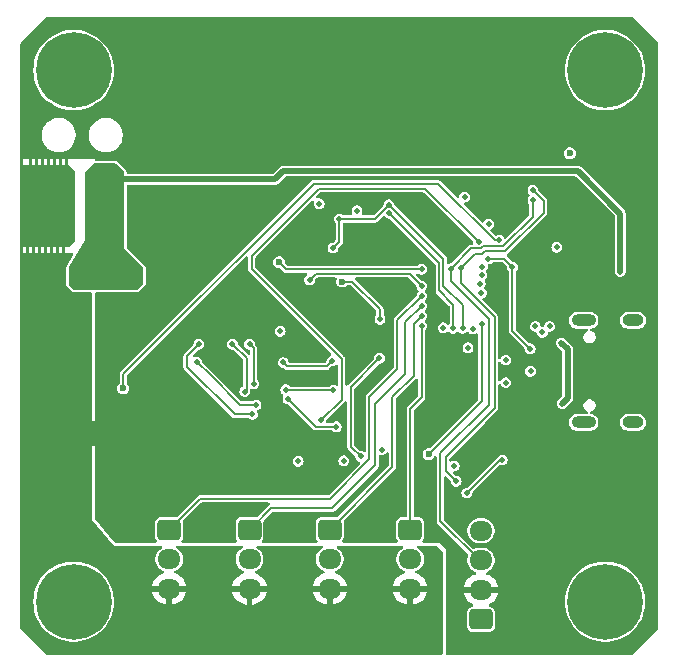
<source format=gbr>
%TF.GenerationSoftware,KiCad,Pcbnew,8.0.6-8.0.6-0~ubuntu20.04.1*%
%TF.CreationDate,2024-12-12T22:35:04+05:00*%
%TF.ProjectId,EpsilonAnomalain,45707369-6c6f-46e4-916e-6f6d616c6169,rev?*%
%TF.SameCoordinates,Original*%
%TF.FileFunction,Copper,L4,Bot*%
%TF.FilePolarity,Positive*%
%FSLAX46Y46*%
G04 Gerber Fmt 4.6, Leading zero omitted, Abs format (unit mm)*
G04 Created by KiCad (PCBNEW 8.0.6-8.0.6-0~ubuntu20.04.1) date 2024-12-12 22:35:04*
%MOMM*%
%LPD*%
G01*
G04 APERTURE LIST*
G04 Aperture macros list*
%AMRoundRect*
0 Rectangle with rounded corners*
0 $1 Rounding radius*
0 $2 $3 $4 $5 $6 $7 $8 $9 X,Y pos of 4 corners*
0 Add a 4 corners polygon primitive as box body*
4,1,4,$2,$3,$4,$5,$6,$7,$8,$9,$2,$3,0*
0 Add four circle primitives for the rounded corners*
1,1,$1+$1,$2,$3*
1,1,$1+$1,$4,$5*
1,1,$1+$1,$6,$7*
1,1,$1+$1,$8,$9*
0 Add four rect primitives between the rounded corners*
20,1,$1+$1,$2,$3,$4,$5,0*
20,1,$1+$1,$4,$5,$6,$7,0*
20,1,$1+$1,$6,$7,$8,$9,0*
20,1,$1+$1,$8,$9,$2,$3,0*%
%AMOutline5P*
0 Free polygon, 5 corners , with rotation*
0 The origin of the aperture is its center*
0 number of corners: always 5*
0 $1 to $10 corner X, Y*
0 $11 Rotation angle, in degrees counterclockwise*
0 create outline with 5 corners*
4,1,5,$1,$2,$3,$4,$5,$6,$7,$8,$9,$10,$1,$2,$11*%
%AMOutline6P*
0 Free polygon, 6 corners , with rotation*
0 The origin of the aperture is its center*
0 number of corners: always 6*
0 $1 to $12 corner X, Y*
0 $13 Rotation angle, in degrees counterclockwise*
0 create outline with 6 corners*
4,1,6,$1,$2,$3,$4,$5,$6,$7,$8,$9,$10,$11,$12,$1,$2,$13*%
%AMOutline7P*
0 Free polygon, 7 corners , with rotation*
0 The origin of the aperture is its center*
0 number of corners: always 7*
0 $1 to $14 corner X, Y*
0 $15 Rotation angle, in degrees counterclockwise*
0 create outline with 7 corners*
4,1,7,$1,$2,$3,$4,$5,$6,$7,$8,$9,$10,$11,$12,$13,$14,$1,$2,$15*%
%AMOutline8P*
0 Free polygon, 8 corners , with rotation*
0 The origin of the aperture is its center*
0 number of corners: always 8*
0 $1 to $16 corner X, Y*
0 $17 Rotation angle, in degrees counterclockwise*
0 create outline with 8 corners*
4,1,8,$1,$2,$3,$4,$5,$6,$7,$8,$9,$10,$11,$12,$13,$14,$15,$16,$1,$2,$17*%
G04 Aperture macros list end*
%TA.AperFunction,ComponentPad*%
%ADD10RoundRect,0.250000X-0.725000X0.600000X-0.725000X-0.600000X0.725000X-0.600000X0.725000X0.600000X0*%
%TD*%
%TA.AperFunction,ComponentPad*%
%ADD11O,1.950000X1.700000*%
%TD*%
%TA.AperFunction,ComponentPad*%
%ADD12C,0.800000*%
%TD*%
%TA.AperFunction,ComponentPad*%
%ADD13C,6.400000*%
%TD*%
%TA.AperFunction,ComponentPad*%
%ADD14RoundRect,0.250000X0.725000X-0.600000X0.725000X0.600000X-0.725000X0.600000X-0.725000X-0.600000X0*%
%TD*%
%TA.AperFunction,SMDPad,CuDef*%
%ADD15Outline8P,-3.500000X0.900000X-2.900000X1.500000X2.900000X1.500000X3.500000X0.900000X3.500000X-0.900000X2.900000X-1.500000X-2.900000X-1.500000X-3.500000X-0.900000X90.000000*%
%TD*%
%TA.AperFunction,ComponentPad*%
%ADD16C,0.499999*%
%TD*%
%TA.AperFunction,ComponentPad*%
%ADD17O,2.100000X1.000000*%
%TD*%
%TA.AperFunction,ComponentPad*%
%ADD18O,1.800000X1.000000*%
%TD*%
%TA.AperFunction,ViaPad*%
%ADD19C,0.500000*%
%TD*%
%TA.AperFunction,ViaPad*%
%ADD20C,0.600000*%
%TD*%
%TA.AperFunction,Conductor*%
%ADD21C,0.200000*%
%TD*%
%TA.AperFunction,Conductor*%
%ADD22C,0.500000*%
%TD*%
G04 APERTURE END LIST*
D10*
%TO.P,J4,1,Pin_1*%
%TO.N,/SERVOB*%
X254700000Y-117900000D03*
D11*
%TO.P,J4,2,Pin_2*%
%TO.N,+6V*%
X254700000Y-120400000D03*
%TO.P,J4,3,Pin_3*%
%TO.N,GND*%
X254700000Y-122900000D03*
%TD*%
D12*
%TO.P,H1,1*%
%TO.N,N/C*%
X275600000Y-79000000D03*
X276302944Y-77302944D03*
X276302944Y-80697056D03*
X278000000Y-76600000D03*
D13*
X278000000Y-79000000D03*
D12*
X278000000Y-81400000D03*
X279697056Y-77302944D03*
X279697056Y-80697056D03*
X280400000Y-79000000D03*
%TD*%
D10*
%TO.P,J3,1,Pin_1*%
%TO.N,/SERVOA*%
X261500000Y-117900000D03*
D11*
%TO.P,J3,2,Pin_2*%
%TO.N,+6V*%
X261500000Y-120400000D03*
%TO.P,J3,3,Pin_3*%
%TO.N,GND*%
X261500000Y-122900000D03*
%TD*%
D14*
%TO.P,J7,1,Pin_1*%
%TO.N,VDD*%
X267500000Y-125500000D03*
D11*
%TO.P,J7,2,Pin_2*%
%TO.N,GND*%
X267500000Y-123000000D03*
%TO.P,J7,3,Pin_3*%
%TO.N,/RXD0*%
X267500000Y-120500000D03*
%TO.P,J7,4,Pin_4*%
%TO.N,/TXD0*%
X267500000Y-118000000D03*
%TD*%
D15*
%TO.P,J8,1,Pin_1*%
%TO.N,+3V8*%
X235637500Y-90500000D03*
%TO.P,J8,2,Pin_2*%
%TO.N,GND*%
X231637500Y-90500000D03*
%TD*%
D16*
%TO.P,U2,21,PGND*%
%TO.N,GND*%
X234119920Y-109024920D03*
X235395000Y-109799920D03*
X232844998Y-109799920D03*
X234119920Y-110574920D03*
%TD*%
D10*
%TO.P,J6,1,Pin_1*%
%TO.N,/SERVOD*%
X241100000Y-117900000D03*
D11*
%TO.P,J6,2,Pin_2*%
%TO.N,+6V*%
X241100000Y-120400000D03*
%TO.P,J6,3,Pin_3*%
%TO.N,GND*%
X241100000Y-122900000D03*
%TD*%
D12*
%TO.P,H4,1*%
%TO.N,N/C*%
X275600000Y-124000000D03*
X276302944Y-122302944D03*
X276302944Y-125697056D03*
X278000000Y-121600000D03*
D13*
X278000000Y-124000000D03*
D12*
X278000000Y-126400000D03*
X279697056Y-122302944D03*
X279697056Y-125697056D03*
X280400000Y-124000000D03*
%TD*%
D10*
%TO.P,J5,1,Pin_1*%
%TO.N,/SERVOC*%
X247900000Y-117900000D03*
D11*
%TO.P,J5,2,Pin_2*%
%TO.N,+6V*%
X247900000Y-120400000D03*
%TO.P,J5,3,Pin_3*%
%TO.N,GND*%
X247900000Y-122900000D03*
%TD*%
D12*
%TO.P,H2,1*%
%TO.N,N/C*%
X230600000Y-124000000D03*
X231302944Y-122302944D03*
X231302944Y-125697056D03*
X233000000Y-121600000D03*
D13*
X233000000Y-124000000D03*
D12*
X233000000Y-126400000D03*
X234697056Y-122302944D03*
X234697056Y-125697056D03*
X235400000Y-124000000D03*
%TD*%
D17*
%TO.P,J1,S1,SHIELD*%
%TO.N,unconnected-(J1-SHIELD-PadS1)_1*%
X276195000Y-108820000D03*
D18*
%TO.N,unconnected-(J1-SHIELD-PadS1)_3*%
X280375000Y-108820000D03*
D17*
%TO.N,unconnected-(J1-SHIELD-PadS1)*%
X276195000Y-100180000D03*
D18*
%TO.N,unconnected-(J1-SHIELD-PadS1)_2*%
X280375000Y-100180000D03*
%TD*%
D12*
%TO.P,H3,1*%
%TO.N,N/C*%
X230600000Y-79000000D03*
X231302944Y-77302944D03*
X231302944Y-80697056D03*
X233000000Y-76600000D03*
D13*
X233000000Y-79000000D03*
D12*
X233000000Y-81400000D03*
X234697056Y-77302944D03*
X234697056Y-80697056D03*
X235400000Y-79000000D03*
%TD*%
D19*
%TO.N,GND*%
X250750000Y-114350000D03*
X243950000Y-114350000D03*
X269700000Y-90900000D03*
X268450000Y-90900000D03*
X263300000Y-95900000D03*
%TO.N,VDD*%
X273910002Y-93990000D03*
X250500000Y-101100000D03*
X266110000Y-89740000D03*
D20*
X275020000Y-86040000D03*
D19*
X264300000Y-100800000D03*
X252020000Y-112110000D03*
X273300000Y-100700000D03*
X255880000Y-112060000D03*
X272700000Y-101200000D03*
X271700000Y-104500000D03*
X259130000Y-111120000D03*
X268145022Y-92054978D03*
X257000000Y-90900000D03*
X265230000Y-112500000D03*
X253800000Y-90299996D03*
X272099994Y-100700000D03*
%TO.N,/TX0_RAW*%
X271900000Y-89150000D03*
X265789667Y-95739667D03*
X265400000Y-113800000D03*
%TO.N,/BOOT*%
X252980000Y-96775000D03*
X262480000Y-97265076D03*
%TO.N,/RXD0*%
X271900002Y-90000000D03*
X264925000Y-95795000D03*
D20*
%TO.N,GND*%
X229600000Y-87800000D03*
X243000000Y-127000000D03*
X269500000Y-84000000D03*
D19*
X261224265Y-90675735D03*
D20*
X242250000Y-127000000D03*
X243000000Y-126250000D03*
X263250000Y-127000000D03*
D19*
X273985000Y-96245000D03*
D20*
X237100000Y-111100000D03*
X230100000Y-109300000D03*
D19*
X259820000Y-92590000D03*
D20*
X230900000Y-112500000D03*
X274500000Y-84000000D03*
X277000000Y-92500000D03*
X277000000Y-94500000D03*
X281000000Y-102500000D03*
D19*
X249500012Y-101090000D03*
D20*
X237900000Y-108700000D03*
X230450000Y-116500000D03*
X254500000Y-84000000D03*
X249750000Y-126250000D03*
X231250000Y-116500000D03*
X259500000Y-84000000D03*
X230100000Y-112500000D03*
X247000000Y-84000000D03*
X262500000Y-126250000D03*
X237900000Y-111100000D03*
X228800000Y-90200000D03*
X256500000Y-127000000D03*
X229500000Y-104500000D03*
X262500000Y-127750000D03*
X249000000Y-127750000D03*
X249750000Y-127000000D03*
X244500000Y-84000000D03*
X242250000Y-126250000D03*
X230900000Y-110100000D03*
X228800000Y-91000000D03*
D19*
X252900000Y-94499992D03*
D20*
X257000000Y-101260000D03*
X272000000Y-84000000D03*
X229600000Y-91800000D03*
X228800000Y-87800000D03*
X237100000Y-109500000D03*
X262500000Y-127000000D03*
X230100000Y-110100000D03*
X228800000Y-89400000D03*
X228800000Y-92600000D03*
X252000000Y-84000000D03*
X230900000Y-111700000D03*
X228800000Y-91800000D03*
X237900000Y-110300000D03*
X281000000Y-106500000D03*
D19*
X269690000Y-108530000D03*
D20*
X256989998Y-102210000D03*
D19*
X257000000Y-89800000D03*
X253510000Y-100430000D03*
X258389773Y-97263343D03*
D20*
X229600000Y-92600000D03*
D19*
X263370000Y-100790000D03*
D20*
X249500000Y-84000000D03*
X230900000Y-109300000D03*
D19*
X262000000Y-90400000D03*
D20*
X237900000Y-109500000D03*
X229600000Y-89400000D03*
X256500000Y-127750000D03*
X264500000Y-84000000D03*
X230100000Y-111700000D03*
D19*
X269445000Y-101625000D03*
D20*
X237100000Y-110300000D03*
X249000000Y-126250000D03*
X242250000Y-127750000D03*
X237100000Y-111900000D03*
X242000000Y-84000000D03*
D19*
X276850000Y-105650000D03*
D20*
X281785000Y-83385000D03*
X237900000Y-107900000D03*
X229600000Y-88600000D03*
D19*
X269445000Y-100890000D03*
D20*
X241900000Y-92480000D03*
X230900000Y-110900000D03*
X255750000Y-127000000D03*
D19*
X257080000Y-109730000D03*
D20*
X229500000Y-106500000D03*
D19*
X252500000Y-117000000D03*
D20*
X228800000Y-88600000D03*
X229500000Y-98500000D03*
X263250000Y-127750000D03*
X262000000Y-84000000D03*
X230450000Y-115750000D03*
X229600000Y-91000000D03*
D19*
X267240000Y-90879998D03*
D20*
X281790000Y-90140000D03*
D19*
X265950000Y-93450000D03*
D20*
X229500000Y-100500000D03*
D19*
X269450000Y-100160000D03*
D20*
X249000000Y-127000000D03*
D19*
X255755000Y-107930000D03*
D20*
X247905000Y-92440000D03*
X281000000Y-104500000D03*
X243000000Y-127750000D03*
X263250000Y-126250000D03*
X257000000Y-84000000D03*
X255750000Y-127750000D03*
D19*
X259500000Y-114500000D03*
X262800000Y-90400000D03*
X245800000Y-117000000D03*
X274065002Y-104525000D03*
D20*
X229600000Y-90200000D03*
D19*
X245380000Y-107820000D03*
D20*
X256500000Y-126250000D03*
D19*
X273005000Y-108230000D03*
X261310000Y-94120000D03*
X274800000Y-100800000D03*
D20*
X237900000Y-111900000D03*
X267000000Y-84000000D03*
X255750000Y-126250000D03*
X281000000Y-114000000D03*
X230100000Y-110900000D03*
X249750000Y-127750000D03*
X229500000Y-102500000D03*
D19*
X245000000Y-102200000D03*
D20*
X239500000Y-84000000D03*
D19*
X251565000Y-103450000D03*
D20*
X231250000Y-115750000D03*
X281000000Y-116000000D03*
D19*
X269295000Y-104420000D03*
%TO.N,/IMU_INT*%
X258950000Y-100100002D03*
D20*
X255750000Y-96900000D03*
%TO.N,+3V8*%
X235800000Y-96000000D03*
X235800000Y-97000000D03*
D19*
X269299998Y-112000000D03*
D20*
X234150000Y-96000000D03*
X235000000Y-96000000D03*
X233300000Y-96000000D03*
X233300000Y-97000000D03*
X234150000Y-97000000D03*
X235000000Y-97000000D03*
X238200000Y-97000000D03*
X236600000Y-96000000D03*
X237400000Y-96000000D03*
X238200000Y-96000000D03*
D19*
X279300000Y-96050000D03*
X266300000Y-114800000D03*
D20*
X237400000Y-97000000D03*
D19*
X257300000Y-111700000D03*
X258900000Y-103400000D03*
D20*
X236600000Y-97000000D03*
D19*
%TO.N,/SDA*%
X265150000Y-100850000D03*
X259733986Y-91135348D03*
%TO.N,/SCL*%
X265950000Y-100850000D03*
X259700000Y-90400000D03*
X254970000Y-94045000D03*
X255500000Y-91600000D03*
D20*
%TO.N,/CHIP_PU*%
X250400000Y-95250000D03*
D19*
X262480000Y-95865076D03*
%TO.N,/SERVOA*%
X262500000Y-100650000D03*
X267540000Y-97855000D03*
%TO.N,/SERVOB*%
X262500000Y-99800000D03*
X267429002Y-97073031D03*
%TO.N,/SERVOC*%
X262500000Y-98950000D03*
X267555000Y-96355000D03*
%TO.N,/OFF*%
X268125000Y-94955000D03*
X271660000Y-102580000D03*
X270165000Y-95670000D03*
%TO.N,/DP*%
X266800000Y-100900000D03*
X269600000Y-103550000D03*
%TO.N,/DN*%
X266400000Y-102500000D03*
X269600000Y-105450000D03*
%TO.N,/SERVOEN*%
X269050000Y-93400000D03*
D20*
X237195000Y-105950000D03*
D19*
%TO.N,Net-(RN5-R2.1)*%
X243450000Y-103700000D03*
X248450000Y-107350000D03*
%TO.N,Net-(D1-A)*%
X274380000Y-107235000D03*
X274300000Y-102090000D03*
%TO.N,Net-(RN4-R4.2)*%
X255250000Y-109194620D03*
X251150000Y-106850000D03*
%TO.N,Net-(RN4-R3.2)*%
X255000000Y-106100000D03*
X250965565Y-106054826D03*
%TO.N,Net-(RN4-R4.1)*%
X247503313Y-106208209D03*
X246450000Y-102200000D03*
%TO.N,Net-(RN4-R3.1)*%
X248250000Y-105550000D03*
X247900000Y-102200000D03*
%TO.N,Net-(RN4-R2.2)*%
X250750000Y-103750000D03*
X254900000Y-103600000D03*
%TO.N,Net-(RN5-R3.1)*%
X243599989Y-102199995D03*
X248150000Y-108139998D03*
%TO.N,/SERVOD*%
X267619266Y-95629000D03*
X262500000Y-98100000D03*
%TO.N,/LD_D*%
X267560000Y-100525000D03*
D20*
X263055000Y-111530000D03*
D19*
%TO.N,/LD_OE*%
X253950000Y-108650000D03*
X267300000Y-93550000D03*
%TD*%
D21*
%TO.N,/SCL*%
X265950000Y-100850000D02*
X265950000Y-98900000D01*
X264300000Y-94950000D02*
X259750000Y-90400000D01*
X259750000Y-90400000D02*
X259700000Y-90400000D01*
%TO.N,/SDA*%
X265150000Y-98850000D02*
X263950000Y-97650000D01*
X263950000Y-97650000D02*
X263950000Y-95351362D01*
X263950000Y-95351362D02*
X259733986Y-91135348D01*
%TO.N,/SCL*%
X264300000Y-97250000D02*
X264300000Y-94950000D01*
X265950000Y-98900000D02*
X264300000Y-97250000D01*
%TO.N,/SDA*%
X265150000Y-100850000D02*
X265150000Y-98850000D01*
%TO.N,/SCL*%
X258500000Y-91600000D02*
X259700000Y-90400000D01*
X255500000Y-91600000D02*
X258500000Y-91600000D01*
%TO.N,/CHIP_PU*%
X251015076Y-95865076D02*
X250400000Y-95250000D01*
X262480000Y-95865076D02*
X251015076Y-95865076D01*
%TO.N,/TX0_RAW*%
X271900000Y-89150000D02*
X272800000Y-90050000D01*
X272800000Y-90050000D02*
X272800000Y-91100000D01*
X272800000Y-91100000D02*
X269565000Y-94335000D01*
X269565000Y-94335000D02*
X267815000Y-94335000D01*
X267815000Y-94335000D02*
X267600000Y-94550000D01*
X267600000Y-94550000D02*
X266979334Y-94550000D01*
X266979334Y-94550000D02*
X265789667Y-95739667D01*
X265400000Y-113800000D02*
X264500000Y-112900000D01*
X268650000Y-99915000D02*
X265789667Y-97054667D01*
X268650000Y-107620000D02*
X268650000Y-99915000D01*
X265789667Y-97054667D02*
X265789667Y-95739667D01*
X264500000Y-111770000D02*
X268650000Y-107620000D01*
X264500000Y-112900000D02*
X264500000Y-111770000D01*
%TO.N,/BOOT*%
X261454924Y-96240000D02*
X253515000Y-96240000D01*
X262480000Y-97265076D02*
X261454924Y-96240000D01*
X253515000Y-96240000D02*
X252980000Y-96775000D01*
%TO.N,/RXD0*%
X268150000Y-107350000D02*
X268150000Y-100055000D01*
X267505000Y-94070000D02*
X266650000Y-94070000D01*
X267500000Y-120500000D02*
X267375000Y-120500000D01*
X268150000Y-100055000D02*
X264925000Y-96830000D01*
X269390000Y-93910000D02*
X267665000Y-93910000D01*
X264050000Y-117175000D02*
X264050000Y-111450000D01*
X271900002Y-90000000D02*
X271900002Y-91399998D01*
X264050000Y-111450000D02*
X268150000Y-107350000D01*
X266650000Y-94070000D02*
X264925000Y-95795000D01*
X267665000Y-93910000D02*
X267505000Y-94070000D01*
X264925000Y-96830000D02*
X264925000Y-95795000D01*
X271900002Y-91399998D02*
X269390000Y-93910000D01*
X267375000Y-120500000D02*
X264050000Y-117175000D01*
%TO.N,GND*%
X228600000Y-89650000D02*
X229600000Y-89650000D01*
X229600000Y-92650000D02*
X229600000Y-87650000D01*
X228600000Y-87650000D02*
X228600000Y-92650000D01*
%TO.N,/IMU_INT*%
X258950000Y-100100002D02*
X258950000Y-99250000D01*
X256600000Y-96900000D02*
X255750000Y-96900000D01*
X258950000Y-99250000D02*
X256600000Y-96900000D01*
D22*
%TO.N,+3V8*%
X275700000Y-87550000D02*
X279300000Y-91150000D01*
D21*
X257300000Y-111700000D02*
X256470000Y-110870000D01*
D22*
X236250000Y-88250000D02*
X250050000Y-88250000D01*
X236250000Y-95750000D02*
X236250000Y-88250000D01*
X279300000Y-91150000D02*
X279300000Y-96050000D01*
D21*
X256470000Y-110870000D02*
X256470000Y-105830000D01*
X266300000Y-114800000D02*
X269100000Y-112000000D01*
X256470000Y-105830000D02*
X258900000Y-103400000D01*
D22*
X250750000Y-87550000D02*
X275700000Y-87550000D01*
X250050000Y-88250000D02*
X250750000Y-87550000D01*
D21*
X269100000Y-112000000D02*
X269299998Y-112000000D01*
D22*
X236000000Y-96000000D02*
X236250000Y-95750000D01*
D21*
%TO.N,/SCL*%
X255500000Y-91600000D02*
X255500000Y-93515000D01*
X255500000Y-93515000D02*
X254970000Y-94045000D01*
%TO.N,/SERVOA*%
X262500000Y-106700000D02*
X261500000Y-107700000D01*
X262500000Y-100650000D02*
X262500000Y-106700000D01*
X261500000Y-107700000D02*
X261500000Y-117900000D01*
%TO.N,/SERVOB*%
X262500000Y-99800000D02*
X261800000Y-100500000D01*
X261800000Y-100500000D02*
X261800000Y-104900000D01*
X261800000Y-104900000D02*
X260000000Y-106700000D01*
X260000000Y-112600000D02*
X254700000Y-117900000D01*
X260000000Y-106700000D02*
X260000000Y-112600000D01*
%TO.N,/SERVOC*%
X261100000Y-104700000D02*
X261100000Y-100350000D01*
X258536000Y-112464000D02*
X258536000Y-107264000D01*
X247900000Y-117900000D02*
X249700000Y-116100000D01*
X249700000Y-116100000D02*
X254900000Y-116100000D01*
X254900000Y-116100000D02*
X258536000Y-112464000D01*
X258536000Y-107264000D02*
X261100000Y-104700000D01*
X261100000Y-100350000D02*
X262500000Y-98950000D01*
%TO.N,/OFF*%
X268125000Y-94955000D02*
X269450000Y-94955000D01*
X269450000Y-94955000D02*
X270165000Y-95670000D01*
X271660000Y-102580000D02*
X270165000Y-101085000D01*
X270165000Y-101085000D02*
X270165000Y-95670000D01*
%TO.N,/SERVOEN*%
X268650000Y-93400000D02*
X263850000Y-88600000D01*
X237195000Y-104739724D02*
X237195000Y-105950000D01*
X269050000Y-93400000D02*
X268650000Y-93400000D01*
X263850000Y-88600000D02*
X253334724Y-88600000D01*
X253334724Y-88600000D02*
X237195000Y-104739724D01*
%TO.N,Net-(RN5-R2.1)*%
X244600000Y-104850000D02*
X243450000Y-103700000D01*
X248450000Y-107350000D02*
X247100000Y-107350000D01*
X247100000Y-107350000D02*
X244600000Y-104850000D01*
D22*
%TO.N,Net-(D1-A)*%
X274300000Y-102090000D02*
X274839000Y-102629000D01*
X274839000Y-106776000D02*
X274380000Y-107235000D01*
X274839000Y-102629000D02*
X274839000Y-106776000D01*
D21*
%TO.N,Net-(RN4-R4.2)*%
X253494620Y-109194620D02*
X255250000Y-109194620D01*
X251150000Y-106850000D02*
X253494620Y-109194620D01*
%TO.N,Net-(RN4-R3.2)*%
X250965565Y-106054826D02*
X251010739Y-106100000D01*
X251010739Y-106100000D02*
X255000000Y-106100000D01*
%TO.N,Net-(RN4-R4.1)*%
X247650000Y-103400000D02*
X246450000Y-102200000D01*
X247503313Y-106208209D02*
X247650000Y-106061522D01*
X247650000Y-106061522D02*
X247650000Y-103400000D01*
%TO.N,Net-(RN4-R3.1)*%
X248250000Y-102550000D02*
X247900000Y-102200000D01*
X248250000Y-105550000D02*
X248250000Y-102550000D01*
%TO.N,Net-(RN4-R2.2)*%
X254430000Y-104070000D02*
X254900000Y-103600000D01*
X251070000Y-104070000D02*
X254430000Y-104070000D01*
X250750000Y-103750000D02*
X251070000Y-104070000D01*
%TO.N,Net-(RN5-R3.1)*%
X242600000Y-104099957D02*
X242600000Y-103199984D01*
X242600000Y-103199984D02*
X243599989Y-102199995D01*
X246640041Y-108139998D02*
X242600000Y-104099957D01*
X248150000Y-108139998D02*
X246640041Y-108139998D01*
%TO.N,/SERVOD*%
X258050000Y-106650000D02*
X258050000Y-111950000D01*
X243700000Y-115300000D02*
X241100000Y-117900000D01*
X262481881Y-98100000D02*
X260400000Y-100181881D01*
X260400000Y-104300000D02*
X258050000Y-106650000D01*
X262500000Y-98100000D02*
X262481881Y-98100000D01*
X254700000Y-115300000D02*
X243700000Y-115300000D01*
X260400000Y-100181881D02*
X260400000Y-104300000D01*
X258050000Y-111950000D02*
X254700000Y-115300000D01*
%TO.N,/LD_D*%
X267560000Y-100525000D02*
X267560000Y-107025000D01*
X267560000Y-107025000D02*
X263055000Y-111530000D01*
%TO.N,/LD_OE*%
X255700000Y-103451881D02*
X248100000Y-95851881D01*
X253950000Y-108650000D02*
X255700000Y-106900000D01*
X248100000Y-95851881D02*
X248100000Y-94700000D01*
X248100000Y-94700000D02*
X253750000Y-89050000D01*
X262800000Y-89050000D02*
X267300000Y-93550000D01*
X255700000Y-106900000D02*
X255700000Y-103451881D01*
X253750000Y-89050000D02*
X262800000Y-89050000D01*
%TD*%
%TA.AperFunction,Conductor*%
%TO.N,GND*%
G36*
X232936253Y-94519685D02*
G01*
X232982008Y-94572489D01*
X232991952Y-94641647D01*
X232975135Y-94688473D01*
X232446574Y-95556824D01*
X232446573Y-95556826D01*
X232442543Y-95563445D01*
X232420210Y-95614814D01*
X232420210Y-95614815D01*
X232402132Y-95679284D01*
X232402129Y-95679302D01*
X232394501Y-95734757D01*
X232394500Y-95734777D01*
X232394500Y-97148638D01*
X232395678Y-97170618D01*
X232398511Y-97196965D01*
X232398512Y-97196967D01*
X232422470Y-97273478D01*
X232422471Y-97273483D01*
X232436872Y-97299855D01*
X232455956Y-97334805D01*
X232455958Y-97334808D01*
X232455960Y-97334811D01*
X232490998Y-97381615D01*
X232491002Y-97381619D01*
X232491009Y-97381629D01*
X232491016Y-97381636D01*
X232818365Y-97708986D01*
X232818366Y-97708987D01*
X232834716Y-97723674D01*
X232834730Y-97723686D01*
X232834738Y-97723693D01*
X232843136Y-97730460D01*
X232855379Y-97740327D01*
X232926424Y-97777490D01*
X232993456Y-97797173D01*
X232993458Y-97797173D01*
X232993464Y-97797175D01*
X233051362Y-97805500D01*
X233051366Y-97805500D01*
X234476000Y-97805500D01*
X234543039Y-97825185D01*
X234588794Y-97877989D01*
X234600000Y-97929500D01*
X234600000Y-116600000D01*
X228500500Y-116600000D01*
X228500500Y-94500000D01*
X232250000Y-94500000D01*
X232869214Y-94500000D01*
X232936253Y-94519685D01*
G37*
%TD.AperFunction*%
%TD*%
%TA.AperFunction,Conductor*%
%TO.N,GND*%
G36*
X234600000Y-117100001D02*
G01*
X236399999Y-119249999D01*
X236400000Y-119250000D01*
X240396474Y-119250000D01*
X240463513Y-119269685D01*
X240509268Y-119322489D01*
X240519212Y-119391647D01*
X240490187Y-119455203D01*
X240465366Y-119477100D01*
X240410618Y-119513681D01*
X240305342Y-119584024D01*
X240159024Y-119730342D01*
X240044058Y-119902403D01*
X239964870Y-120093579D01*
X239964868Y-120093587D01*
X239924500Y-120296530D01*
X239924500Y-120503469D01*
X239964868Y-120706412D01*
X239964870Y-120706420D01*
X240044058Y-120897596D01*
X240159024Y-121069657D01*
X240305342Y-121215975D01*
X240305345Y-121215977D01*
X240477402Y-121330941D01*
X240587990Y-121376748D01*
X240642393Y-121420589D01*
X240664458Y-121486883D01*
X240647179Y-121554582D01*
X240596042Y-121602193D01*
X240578856Y-121609240D01*
X240456781Y-121648905D01*
X240267442Y-121745379D01*
X240095540Y-121870272D01*
X240095535Y-121870276D01*
X239945276Y-122020535D01*
X239945272Y-122020540D01*
X239820379Y-122192442D01*
X239723904Y-122381782D01*
X239658242Y-122583870D01*
X239658242Y-122583873D01*
X239647769Y-122650000D01*
X240695854Y-122650000D01*
X240657370Y-122716657D01*
X240625000Y-122837465D01*
X240625000Y-122962535D01*
X240657370Y-123083343D01*
X240695854Y-123150000D01*
X239647769Y-123150000D01*
X239658242Y-123216126D01*
X239658242Y-123216129D01*
X239723904Y-123418217D01*
X239820379Y-123607557D01*
X239945272Y-123779459D01*
X239945276Y-123779464D01*
X240095535Y-123929723D01*
X240095540Y-123929727D01*
X240267442Y-124054620D01*
X240456782Y-124151095D01*
X240658872Y-124216757D01*
X240850000Y-124247029D01*
X240850000Y-123304145D01*
X240916657Y-123342630D01*
X241037465Y-123375000D01*
X241162535Y-123375000D01*
X241283343Y-123342630D01*
X241350000Y-123304145D01*
X241350000Y-124247028D01*
X241541127Y-124216757D01*
X241743217Y-124151095D01*
X241932557Y-124054620D01*
X242104459Y-123929727D01*
X242104464Y-123929723D01*
X242254723Y-123779464D01*
X242254727Y-123779459D01*
X242379620Y-123607557D01*
X242476095Y-123418217D01*
X242541757Y-123216129D01*
X242541757Y-123216126D01*
X242552231Y-123150000D01*
X241504146Y-123150000D01*
X241542630Y-123083343D01*
X241575000Y-122962535D01*
X241575000Y-122837465D01*
X241542630Y-122716657D01*
X241504146Y-122650000D01*
X242552231Y-122650000D01*
X242541757Y-122583873D01*
X242541757Y-122583870D01*
X242476095Y-122381782D01*
X242379620Y-122192442D01*
X242254727Y-122020540D01*
X242254723Y-122020535D01*
X242104464Y-121870276D01*
X242104459Y-121870272D01*
X241932557Y-121745379D01*
X241743216Y-121648904D01*
X241621144Y-121609240D01*
X241563468Y-121569802D01*
X241536270Y-121505444D01*
X241548185Y-121436597D01*
X241595429Y-121385122D01*
X241612006Y-121376749D01*
X241722598Y-121330941D01*
X241894655Y-121215977D01*
X242040977Y-121069655D01*
X242155941Y-120897598D01*
X242235130Y-120706420D01*
X242275500Y-120503465D01*
X242275500Y-120296535D01*
X242235130Y-120093580D01*
X242155941Y-119902402D01*
X242040977Y-119730345D01*
X242040975Y-119730342D01*
X241894657Y-119584024D01*
X241831978Y-119542144D01*
X241734635Y-119477101D01*
X241689830Y-119423491D01*
X241681123Y-119354166D01*
X241711277Y-119291138D01*
X241770720Y-119254418D01*
X241803526Y-119250000D01*
X247196474Y-119250000D01*
X247263513Y-119269685D01*
X247309268Y-119322489D01*
X247319212Y-119391647D01*
X247290187Y-119455203D01*
X247265366Y-119477100D01*
X247210618Y-119513681D01*
X247105342Y-119584024D01*
X246959024Y-119730342D01*
X246844058Y-119902403D01*
X246764870Y-120093579D01*
X246764868Y-120093587D01*
X246724500Y-120296530D01*
X246724500Y-120503469D01*
X246764868Y-120706412D01*
X246764870Y-120706420D01*
X246844058Y-120897596D01*
X246959024Y-121069657D01*
X247105342Y-121215975D01*
X247105345Y-121215977D01*
X247277402Y-121330941D01*
X247387990Y-121376748D01*
X247442393Y-121420589D01*
X247464458Y-121486883D01*
X247447179Y-121554582D01*
X247396042Y-121602193D01*
X247378856Y-121609240D01*
X247256781Y-121648905D01*
X247067442Y-121745379D01*
X246895540Y-121870272D01*
X246895535Y-121870276D01*
X246745276Y-122020535D01*
X246745272Y-122020540D01*
X246620379Y-122192442D01*
X246523904Y-122381782D01*
X246458242Y-122583870D01*
X246458242Y-122583873D01*
X246447769Y-122650000D01*
X247495854Y-122650000D01*
X247457370Y-122716657D01*
X247425000Y-122837465D01*
X247425000Y-122962535D01*
X247457370Y-123083343D01*
X247495854Y-123150000D01*
X246447769Y-123150000D01*
X246458242Y-123216126D01*
X246458242Y-123216129D01*
X246523904Y-123418217D01*
X246620379Y-123607557D01*
X246745272Y-123779459D01*
X246745276Y-123779464D01*
X246895535Y-123929723D01*
X246895540Y-123929727D01*
X247067442Y-124054620D01*
X247256782Y-124151095D01*
X247458872Y-124216757D01*
X247650000Y-124247029D01*
X247650000Y-123304145D01*
X247716657Y-123342630D01*
X247837465Y-123375000D01*
X247962535Y-123375000D01*
X248083343Y-123342630D01*
X248150000Y-123304145D01*
X248150000Y-124247028D01*
X248341127Y-124216757D01*
X248543217Y-124151095D01*
X248732557Y-124054620D01*
X248904459Y-123929727D01*
X248904464Y-123929723D01*
X249054723Y-123779464D01*
X249054727Y-123779459D01*
X249179620Y-123607557D01*
X249276095Y-123418217D01*
X249341757Y-123216129D01*
X249341757Y-123216126D01*
X249352231Y-123150000D01*
X248304146Y-123150000D01*
X248342630Y-123083343D01*
X248375000Y-122962535D01*
X248375000Y-122837465D01*
X248342630Y-122716657D01*
X248304146Y-122650000D01*
X249352231Y-122650000D01*
X249341757Y-122583873D01*
X249341757Y-122583870D01*
X249276095Y-122381782D01*
X249179620Y-122192442D01*
X249054727Y-122020540D01*
X249054723Y-122020535D01*
X248904464Y-121870276D01*
X248904459Y-121870272D01*
X248732557Y-121745379D01*
X248543216Y-121648904D01*
X248421144Y-121609240D01*
X248363468Y-121569802D01*
X248336270Y-121505444D01*
X248348185Y-121436597D01*
X248395429Y-121385122D01*
X248412006Y-121376749D01*
X248522598Y-121330941D01*
X248694655Y-121215977D01*
X248840977Y-121069655D01*
X248955941Y-120897598D01*
X249035130Y-120706420D01*
X249075500Y-120503465D01*
X249075500Y-120296535D01*
X249035130Y-120093580D01*
X248955941Y-119902402D01*
X248840977Y-119730345D01*
X248840975Y-119730342D01*
X248694657Y-119584024D01*
X248631978Y-119542144D01*
X248534635Y-119477101D01*
X248489830Y-119423491D01*
X248481123Y-119354166D01*
X248511277Y-119291138D01*
X248570720Y-119254418D01*
X248603526Y-119250000D01*
X253996474Y-119250000D01*
X254063513Y-119269685D01*
X254109268Y-119322489D01*
X254119212Y-119391647D01*
X254090187Y-119455203D01*
X254065366Y-119477100D01*
X254010618Y-119513681D01*
X253905342Y-119584024D01*
X253759024Y-119730342D01*
X253644058Y-119902403D01*
X253564870Y-120093579D01*
X253564868Y-120093587D01*
X253524500Y-120296530D01*
X253524500Y-120503469D01*
X253564868Y-120706412D01*
X253564870Y-120706420D01*
X253644058Y-120897596D01*
X253759024Y-121069657D01*
X253905342Y-121215975D01*
X253905345Y-121215977D01*
X254077402Y-121330941D01*
X254187990Y-121376748D01*
X254242393Y-121420589D01*
X254264458Y-121486883D01*
X254247179Y-121554582D01*
X254196042Y-121602193D01*
X254178856Y-121609240D01*
X254056781Y-121648905D01*
X253867442Y-121745379D01*
X253695540Y-121870272D01*
X253695535Y-121870276D01*
X253545276Y-122020535D01*
X253545272Y-122020540D01*
X253420379Y-122192442D01*
X253323904Y-122381782D01*
X253258242Y-122583870D01*
X253258242Y-122583873D01*
X253247769Y-122650000D01*
X254295854Y-122650000D01*
X254257370Y-122716657D01*
X254225000Y-122837465D01*
X254225000Y-122962535D01*
X254257370Y-123083343D01*
X254295854Y-123150000D01*
X253247769Y-123150000D01*
X253258242Y-123216126D01*
X253258242Y-123216129D01*
X253323904Y-123418217D01*
X253420379Y-123607557D01*
X253545272Y-123779459D01*
X253545276Y-123779464D01*
X253695535Y-123929723D01*
X253695540Y-123929727D01*
X253867442Y-124054620D01*
X254056782Y-124151095D01*
X254258872Y-124216757D01*
X254450000Y-124247029D01*
X254450000Y-123304145D01*
X254516657Y-123342630D01*
X254637465Y-123375000D01*
X254762535Y-123375000D01*
X254883343Y-123342630D01*
X254950000Y-123304145D01*
X254950000Y-124247029D01*
X255141127Y-124216757D01*
X255343217Y-124151095D01*
X255532557Y-124054620D01*
X255704459Y-123929727D01*
X255704464Y-123929723D01*
X255854723Y-123779464D01*
X255854727Y-123779459D01*
X255979620Y-123607557D01*
X256076095Y-123418217D01*
X256141757Y-123216129D01*
X256141757Y-123216126D01*
X256152231Y-123150000D01*
X255104146Y-123150000D01*
X255142630Y-123083343D01*
X255175000Y-122962535D01*
X255175000Y-122837465D01*
X255142630Y-122716657D01*
X255104146Y-122650000D01*
X256152231Y-122650000D01*
X256141757Y-122583873D01*
X256141757Y-122583870D01*
X256076095Y-122381782D01*
X255979620Y-122192442D01*
X255854727Y-122020540D01*
X255854723Y-122020535D01*
X255704464Y-121870276D01*
X255704459Y-121870272D01*
X255532557Y-121745379D01*
X255343216Y-121648904D01*
X255221144Y-121609240D01*
X255163468Y-121569802D01*
X255136270Y-121505444D01*
X255148185Y-121436597D01*
X255195429Y-121385122D01*
X255212006Y-121376749D01*
X255322598Y-121330941D01*
X255494655Y-121215977D01*
X255640977Y-121069655D01*
X255755941Y-120897598D01*
X255835130Y-120706420D01*
X255875500Y-120503465D01*
X255875500Y-120296535D01*
X255835130Y-120093580D01*
X255755941Y-119902402D01*
X255640977Y-119730345D01*
X255640975Y-119730342D01*
X255494657Y-119584024D01*
X255431978Y-119542144D01*
X255334635Y-119477101D01*
X255289830Y-119423491D01*
X255281123Y-119354166D01*
X255311277Y-119291138D01*
X255370720Y-119254418D01*
X255403526Y-119250000D01*
X260796474Y-119250000D01*
X260863513Y-119269685D01*
X260909268Y-119322489D01*
X260919212Y-119391647D01*
X260890187Y-119455203D01*
X260865366Y-119477100D01*
X260810618Y-119513681D01*
X260705342Y-119584024D01*
X260559024Y-119730342D01*
X260444058Y-119902403D01*
X260364870Y-120093579D01*
X260364868Y-120093587D01*
X260324500Y-120296530D01*
X260324500Y-120503469D01*
X260364868Y-120706412D01*
X260364870Y-120706420D01*
X260444058Y-120897596D01*
X260559024Y-121069657D01*
X260705342Y-121215975D01*
X260705345Y-121215977D01*
X260877402Y-121330941D01*
X260987990Y-121376748D01*
X261042393Y-121420589D01*
X261064458Y-121486883D01*
X261047179Y-121554582D01*
X260996042Y-121602193D01*
X260978856Y-121609240D01*
X260856781Y-121648905D01*
X260667442Y-121745379D01*
X260495540Y-121870272D01*
X260495535Y-121870276D01*
X260345276Y-122020535D01*
X260345272Y-122020540D01*
X260220379Y-122192442D01*
X260123904Y-122381782D01*
X260058242Y-122583870D01*
X260058242Y-122583873D01*
X260047769Y-122650000D01*
X261095854Y-122650000D01*
X261057370Y-122716657D01*
X261025000Y-122837465D01*
X261025000Y-122962535D01*
X261057370Y-123083343D01*
X261095854Y-123150000D01*
X260047769Y-123150000D01*
X260058242Y-123216126D01*
X260058242Y-123216129D01*
X260123904Y-123418217D01*
X260220379Y-123607557D01*
X260345272Y-123779459D01*
X260345276Y-123779464D01*
X260495535Y-123929723D01*
X260495540Y-123929727D01*
X260667442Y-124054620D01*
X260856782Y-124151095D01*
X261058872Y-124216757D01*
X261250000Y-124247029D01*
X261250000Y-123304145D01*
X261316657Y-123342630D01*
X261437465Y-123375000D01*
X261562535Y-123375000D01*
X261683343Y-123342630D01*
X261750000Y-123304145D01*
X261750000Y-124247029D01*
X261941127Y-124216757D01*
X262143217Y-124151095D01*
X262332557Y-124054620D01*
X262504459Y-123929727D01*
X262504464Y-123929723D01*
X262654723Y-123779464D01*
X262654727Y-123779459D01*
X262779620Y-123607557D01*
X262876095Y-123418217D01*
X262941757Y-123216129D01*
X262941757Y-123216126D01*
X262952231Y-123150000D01*
X261904146Y-123150000D01*
X261942630Y-123083343D01*
X261975000Y-122962535D01*
X261975000Y-122837465D01*
X261942630Y-122716657D01*
X261904146Y-122650000D01*
X262952231Y-122650000D01*
X262941757Y-122583873D01*
X262941757Y-122583870D01*
X262876095Y-122381782D01*
X262779620Y-122192442D01*
X262654727Y-122020540D01*
X262654723Y-122020535D01*
X262504464Y-121870276D01*
X262504459Y-121870272D01*
X262332557Y-121745379D01*
X262143216Y-121648904D01*
X262021144Y-121609240D01*
X261963468Y-121569802D01*
X261936270Y-121505444D01*
X261948185Y-121436597D01*
X261995429Y-121385122D01*
X262012006Y-121376749D01*
X262122598Y-121330941D01*
X262294655Y-121215977D01*
X262440977Y-121069655D01*
X262555941Y-120897598D01*
X262635130Y-120706420D01*
X262675500Y-120503465D01*
X262675500Y-120296535D01*
X262635130Y-120093580D01*
X262555941Y-119902402D01*
X262440977Y-119730345D01*
X262440975Y-119730342D01*
X262294657Y-119584024D01*
X262231978Y-119542144D01*
X262134635Y-119477101D01*
X262089830Y-119423491D01*
X262081123Y-119354166D01*
X262111277Y-119291138D01*
X262170720Y-119254418D01*
X262203526Y-119250000D01*
X263698638Y-119250000D01*
X263765677Y-119269685D01*
X263786319Y-119286319D01*
X264213681Y-119713681D01*
X264247166Y-119775004D01*
X264250000Y-119801362D01*
X264250000Y-128375500D01*
X264230315Y-128442539D01*
X264177511Y-128488294D01*
X264126000Y-128499500D01*
X230758676Y-128499500D01*
X230691637Y-128479815D01*
X230670995Y-128463181D01*
X228536819Y-126329005D01*
X228503334Y-126267682D01*
X228500500Y-126241324D01*
X228500500Y-123999997D01*
X229594506Y-123999997D01*
X229594506Y-124000002D01*
X229614469Y-124368196D01*
X229614470Y-124368213D01*
X229674122Y-124732068D01*
X229674128Y-124732094D01*
X229772768Y-125087365D01*
X229772770Y-125087371D01*
X229909255Y-125429926D01*
X229909261Y-125429938D01*
X230081973Y-125755708D01*
X230081979Y-125755717D01*
X230288909Y-126060916D01*
X230485777Y-126292686D01*
X230527627Y-126341956D01*
X230795330Y-126595538D01*
X231088881Y-126818690D01*
X231404838Y-127008795D01*
X231404840Y-127008796D01*
X231404842Y-127008797D01*
X231404846Y-127008799D01*
X231739486Y-127163620D01*
X231739497Y-127163625D01*
X232088934Y-127281364D01*
X232449052Y-127360632D01*
X232815630Y-127400500D01*
X232815636Y-127400500D01*
X233184364Y-127400500D01*
X233184370Y-127400500D01*
X233550948Y-127360632D01*
X233911066Y-127281364D01*
X234260503Y-127163625D01*
X234595162Y-127008795D01*
X234911119Y-126818690D01*
X235204670Y-126595538D01*
X235472373Y-126341956D01*
X235711090Y-126060917D01*
X235918022Y-125755716D01*
X236090743Y-125429930D01*
X236227227Y-125087379D01*
X236325875Y-124732081D01*
X236385531Y-124368199D01*
X236405494Y-124000000D01*
X236385531Y-123631801D01*
X236381556Y-123607557D01*
X236325877Y-123267931D01*
X236325876Y-123267930D01*
X236325875Y-123267919D01*
X236227227Y-122912621D01*
X236090743Y-122570070D01*
X235918022Y-122244284D01*
X235711090Y-121939083D01*
X235472373Y-121658044D01*
X235204670Y-121404462D01*
X234911119Y-121181310D01*
X234595162Y-120991205D01*
X234595161Y-120991204D01*
X234595157Y-120991202D01*
X234595153Y-120991200D01*
X234260513Y-120836379D01*
X234260508Y-120836377D01*
X234260503Y-120836375D01*
X234090172Y-120778983D01*
X233911065Y-120718635D01*
X233550946Y-120639367D01*
X233184371Y-120599500D01*
X233184370Y-120599500D01*
X232815630Y-120599500D01*
X232815628Y-120599500D01*
X232449053Y-120639367D01*
X232088934Y-120718635D01*
X231845970Y-120800500D01*
X231739497Y-120836375D01*
X231739494Y-120836376D01*
X231739486Y-120836379D01*
X231404846Y-120991200D01*
X231404842Y-120991202D01*
X231169538Y-121132779D01*
X231088881Y-121181310D01*
X230988410Y-121257685D01*
X230795330Y-121404461D01*
X230795330Y-121404462D01*
X230527626Y-121658044D01*
X230288909Y-121939083D01*
X230081979Y-122244282D01*
X230081973Y-122244291D01*
X229909261Y-122570061D01*
X229909255Y-122570073D01*
X229772770Y-122912628D01*
X229772768Y-122912634D01*
X229674128Y-123267905D01*
X229674122Y-123267931D01*
X229614470Y-123631786D01*
X229614469Y-123631803D01*
X229594506Y-123999997D01*
X228500500Y-123999997D01*
X228500500Y-116600000D01*
X234600000Y-116600000D01*
X234600000Y-117100001D01*
G37*
%TD.AperFunction*%
%TD*%
%TA.AperFunction,Conductor*%
%TO.N,GND*%
G36*
X234900000Y-110800000D02*
G01*
X234800000Y-110800000D01*
X234800000Y-108700000D01*
X234900000Y-108700000D01*
X234900000Y-110800000D01*
G37*
%TD.AperFunction*%
%TD*%
%TA.AperFunction,Conductor*%
%TO.N,GND*%
G36*
X262691206Y-89370185D02*
G01*
X262711848Y-89386819D01*
X266810618Y-93485589D01*
X266844103Y-93546912D01*
X266845675Y-93555623D01*
X266856060Y-93627853D01*
X266846116Y-93697012D01*
X266800361Y-93749816D01*
X266733322Y-93769500D01*
X266610438Y-93769500D01*
X266572224Y-93779739D01*
X266534009Y-93789979D01*
X266534008Y-93789980D01*
X266489807Y-93815500D01*
X266465492Y-93829538D01*
X266465486Y-93829542D01*
X264986848Y-95308181D01*
X264925525Y-95341666D01*
X264899167Y-95344500D01*
X264860226Y-95344500D01*
X264759434Y-95374094D01*
X264689564Y-95374094D01*
X264630786Y-95336319D01*
X264601762Y-95272763D01*
X264600500Y-95255117D01*
X264600500Y-94910440D01*
X264600500Y-94910438D01*
X264580022Y-94834012D01*
X264540460Y-94765489D01*
X260180984Y-90406013D01*
X260147499Y-90344690D01*
X260145929Y-90335991D01*
X260136697Y-90271774D01*
X260108282Y-90209554D01*
X260082884Y-90153940D01*
X260082882Y-90153938D01*
X260082882Y-90153937D01*
X259998049Y-90056033D01*
X259889069Y-89985996D01*
X259889065Y-89985994D01*
X259889064Y-89985994D01*
X259764774Y-89949500D01*
X259764772Y-89949500D01*
X259635228Y-89949500D01*
X259635226Y-89949500D01*
X259510935Y-89985994D01*
X259510932Y-89985995D01*
X259510931Y-89985996D01*
X259472897Y-90010439D01*
X259401950Y-90056033D01*
X259317118Y-90153937D01*
X259317117Y-90153938D01*
X259263302Y-90271774D01*
X259245675Y-90394376D01*
X259216650Y-90457931D01*
X259210618Y-90464409D01*
X258411848Y-91263181D01*
X258350525Y-91296666D01*
X258324167Y-91299500D01*
X257505758Y-91299500D01*
X257438719Y-91279815D01*
X257392964Y-91227011D01*
X257383020Y-91157853D01*
X257392964Y-91123989D01*
X257426993Y-91049475D01*
X257436697Y-91028226D01*
X257455133Y-90900000D01*
X257436697Y-90771774D01*
X257382882Y-90653937D01*
X257298049Y-90556033D01*
X257189069Y-90485996D01*
X257189065Y-90485994D01*
X257189064Y-90485994D01*
X257064774Y-90449500D01*
X257064772Y-90449500D01*
X256935228Y-90449500D01*
X256935226Y-90449500D01*
X256810935Y-90485994D01*
X256810932Y-90485995D01*
X256810931Y-90485996D01*
X256759677Y-90518934D01*
X256701950Y-90556033D01*
X256617118Y-90653937D01*
X256617117Y-90653938D01*
X256563302Y-90771774D01*
X256544867Y-90900000D01*
X256563302Y-91028226D01*
X256563303Y-91028227D01*
X256607036Y-91123989D01*
X256616980Y-91193147D01*
X256587955Y-91256703D01*
X256529177Y-91294477D01*
X256494242Y-91299500D01*
X255892343Y-91299500D01*
X255825304Y-91279815D01*
X255798631Y-91256704D01*
X255798050Y-91256034D01*
X255798049Y-91256033D01*
X255689069Y-91185996D01*
X255689065Y-91185994D01*
X255689064Y-91185994D01*
X255564774Y-91149500D01*
X255564772Y-91149500D01*
X255435228Y-91149500D01*
X255435226Y-91149500D01*
X255310935Y-91185994D01*
X255310932Y-91185995D01*
X255310931Y-91185996D01*
X255299804Y-91193147D01*
X255201950Y-91256033D01*
X255117118Y-91353937D01*
X255117117Y-91353938D01*
X255063302Y-91471774D01*
X255044867Y-91600000D01*
X255063302Y-91728225D01*
X255100153Y-91808915D01*
X255117118Y-91846063D01*
X255169214Y-91906186D01*
X255198238Y-91969738D01*
X255199500Y-91987386D01*
X255199500Y-93339167D01*
X255179815Y-93406206D01*
X255163181Y-93426848D01*
X255031848Y-93558181D01*
X254970525Y-93591666D01*
X254944167Y-93594500D01*
X254905226Y-93594500D01*
X254780935Y-93630994D01*
X254780932Y-93630995D01*
X254780931Y-93630996D01*
X254757533Y-93646033D01*
X254671950Y-93701033D01*
X254587118Y-93798937D01*
X254587117Y-93798938D01*
X254533302Y-93916774D01*
X254514867Y-94045000D01*
X254533302Y-94173225D01*
X254562000Y-94236063D01*
X254587118Y-94291063D01*
X254671951Y-94388967D01*
X254780931Y-94459004D01*
X254905225Y-94495499D01*
X254905227Y-94495500D01*
X254905228Y-94495500D01*
X255034773Y-94495500D01*
X255034773Y-94495499D01*
X255159069Y-94459004D01*
X255268049Y-94388967D01*
X255352882Y-94291063D01*
X255406697Y-94173226D01*
X255424324Y-94050621D01*
X255453349Y-93987067D01*
X255459352Y-93980617D01*
X255740460Y-93699511D01*
X255780021Y-93630989D01*
X255800500Y-93554562D01*
X255800500Y-92024500D01*
X255820185Y-91957461D01*
X255872989Y-91911706D01*
X255924500Y-91900500D01*
X258539560Y-91900500D01*
X258539562Y-91900500D01*
X258615989Y-91880021D01*
X258684511Y-91840460D01*
X258740460Y-91784511D01*
X259161100Y-91363869D01*
X259222423Y-91330385D01*
X259292114Y-91335369D01*
X259345004Y-91374962D01*
X259345297Y-91374709D01*
X259346460Y-91376051D01*
X259348048Y-91377240D01*
X259350295Y-91380477D01*
X259351103Y-91381410D01*
X259351104Y-91381411D01*
X259435937Y-91479315D01*
X259544917Y-91549352D01*
X259669211Y-91585847D01*
X259669213Y-91585848D01*
X259669214Y-91585848D01*
X259708153Y-91585848D01*
X259775192Y-91605533D01*
X259795834Y-91622167D01*
X263613181Y-95439514D01*
X263646666Y-95500837D01*
X263649500Y-95527195D01*
X263649500Y-97689562D01*
X263664099Y-97744044D01*
X263669979Y-97765989D01*
X263692791Y-97805500D01*
X263692792Y-97805502D01*
X263709539Y-97834509D01*
X263709541Y-97834512D01*
X264813181Y-98938152D01*
X264846666Y-98999475D01*
X264849500Y-99025833D01*
X264849500Y-100413766D01*
X264829815Y-100480805D01*
X264777011Y-100526560D01*
X264707853Y-100536504D01*
X264644297Y-100507479D01*
X264631786Y-100494968D01*
X264598049Y-100456033D01*
X264594789Y-100453938D01*
X264489069Y-100385996D01*
X264489065Y-100385994D01*
X264489064Y-100385994D01*
X264364774Y-100349500D01*
X264364772Y-100349500D01*
X264235228Y-100349500D01*
X264235226Y-100349500D01*
X264110935Y-100385994D01*
X264110932Y-100385995D01*
X264110931Y-100385996D01*
X264081608Y-100404841D01*
X264001950Y-100456033D01*
X263917118Y-100553937D01*
X263917117Y-100553938D01*
X263863302Y-100671774D01*
X263844867Y-100800000D01*
X263863302Y-100928225D01*
X263913155Y-101037386D01*
X263917118Y-101046063D01*
X264001951Y-101143967D01*
X264110931Y-101214004D01*
X264235225Y-101250499D01*
X264235227Y-101250500D01*
X264235228Y-101250500D01*
X264364773Y-101250500D01*
X264364773Y-101250499D01*
X264489069Y-101214004D01*
X264598049Y-101143967D01*
X264609622Y-101130610D01*
X264668396Y-101092835D01*
X264738266Y-101092831D01*
X264797046Y-101130602D01*
X264797051Y-101130608D01*
X264840375Y-101180608D01*
X264851951Y-101193967D01*
X264960931Y-101264004D01*
X265085225Y-101300499D01*
X265085227Y-101300500D01*
X265085228Y-101300500D01*
X265214773Y-101300500D01*
X265214773Y-101300499D01*
X265339069Y-101264004D01*
X265448049Y-101193967D01*
X265456284Y-101184462D01*
X265515061Y-101146686D01*
X265584930Y-101146684D01*
X265643710Y-101184456D01*
X265643716Y-101184463D01*
X265651949Y-101193966D01*
X265662877Y-101200989D01*
X265760931Y-101264004D01*
X265885225Y-101300499D01*
X265885227Y-101300500D01*
X265885228Y-101300500D01*
X266014773Y-101300500D01*
X266014773Y-101300499D01*
X266139069Y-101264004D01*
X266248049Y-101193967D01*
X266259622Y-101180610D01*
X266318396Y-101142835D01*
X266388266Y-101142831D01*
X266447046Y-101180602D01*
X266447051Y-101180608D01*
X266488311Y-101228226D01*
X266501951Y-101243967D01*
X266610931Y-101314004D01*
X266720117Y-101346063D01*
X266735225Y-101350499D01*
X266735227Y-101350500D01*
X266735228Y-101350500D01*
X266864773Y-101350500D01*
X266864773Y-101350499D01*
X266989069Y-101314004D01*
X267068461Y-101262981D01*
X267135500Y-101243297D01*
X267202539Y-101262982D01*
X267248294Y-101315786D01*
X267259500Y-101367297D01*
X267259500Y-106849166D01*
X267239815Y-106916205D01*
X267223181Y-106936847D01*
X263166847Y-110993181D01*
X263105524Y-111026666D01*
X263079166Y-111029500D01*
X262983036Y-111029500D01*
X262844949Y-111070045D01*
X262723873Y-111147856D01*
X262629623Y-111256626D01*
X262629622Y-111256628D01*
X262569834Y-111387543D01*
X262549353Y-111530000D01*
X262569834Y-111672456D01*
X262620819Y-111784095D01*
X262629623Y-111803373D01*
X262723872Y-111912143D01*
X262844947Y-111989953D01*
X262844950Y-111989954D01*
X262844949Y-111989954D01*
X262983036Y-112030499D01*
X262983038Y-112030500D01*
X262983039Y-112030500D01*
X263126962Y-112030500D01*
X263126962Y-112030499D01*
X263265053Y-111989953D01*
X263386128Y-111912143D01*
X263480377Y-111803373D01*
X263512706Y-111732582D01*
X263558461Y-111679779D01*
X263625500Y-111660095D01*
X263692540Y-111679780D01*
X263738294Y-111732584D01*
X263749500Y-111784095D01*
X263749500Y-117214562D01*
X263757853Y-117245734D01*
X263769979Y-117290990D01*
X263769982Y-117290995D01*
X263809535Y-117359504D01*
X263809541Y-117359512D01*
X266387924Y-119937895D01*
X266421409Y-119999218D01*
X266416425Y-120068910D01*
X266414804Y-120073029D01*
X266364870Y-120193579D01*
X266364868Y-120193587D01*
X266324500Y-120396530D01*
X266324500Y-120500000D01*
X264500000Y-120500000D01*
X264500000Y-119500000D01*
X264000000Y-119000000D01*
X262661521Y-119000000D01*
X262594482Y-118980315D01*
X262548727Y-118927511D01*
X262538783Y-118858353D01*
X262561751Y-118802367D01*
X262627790Y-118712886D01*
X262627789Y-118712886D01*
X262627793Y-118712882D01*
X262650219Y-118648790D01*
X262672646Y-118584701D01*
X262672646Y-118584699D01*
X262675500Y-118554269D01*
X262675500Y-117245730D01*
X262672646Y-117215300D01*
X262672646Y-117215298D01*
X262627793Y-117087119D01*
X262627792Y-117087117D01*
X262547150Y-116977850D01*
X262437882Y-116897207D01*
X262437880Y-116897206D01*
X262309700Y-116852353D01*
X262279270Y-116849500D01*
X262279266Y-116849500D01*
X261924500Y-116849500D01*
X261857461Y-116829815D01*
X261811706Y-116777011D01*
X261800500Y-116725500D01*
X261800500Y-107875833D01*
X261820185Y-107808794D01*
X261836819Y-107788152D01*
X262288152Y-107336819D01*
X262740460Y-106884511D01*
X262780022Y-106815988D01*
X262800500Y-106739562D01*
X262800500Y-106660438D01*
X262800500Y-102500000D01*
X265944867Y-102500000D01*
X265963302Y-102628225D01*
X265990062Y-102686819D01*
X266017118Y-102746063D01*
X266086437Y-102826063D01*
X266099039Y-102840607D01*
X266101951Y-102843967D01*
X266210931Y-102914004D01*
X266335225Y-102950499D01*
X266335227Y-102950500D01*
X266335228Y-102950500D01*
X266464773Y-102950500D01*
X266464773Y-102950499D01*
X266589069Y-102914004D01*
X266698049Y-102843967D01*
X266782882Y-102746063D01*
X266836697Y-102628226D01*
X266855133Y-102500000D01*
X266836697Y-102371774D01*
X266782882Y-102253937D01*
X266698049Y-102156033D01*
X266589069Y-102085996D01*
X266589065Y-102085994D01*
X266589064Y-102085994D01*
X266464774Y-102049500D01*
X266464772Y-102049500D01*
X266335228Y-102049500D01*
X266335226Y-102049500D01*
X266210935Y-102085994D01*
X266210932Y-102085995D01*
X266210931Y-102085996D01*
X266198326Y-102094097D01*
X266101950Y-102156033D01*
X266017118Y-102253937D01*
X266017117Y-102253938D01*
X265963302Y-102371774D01*
X265944867Y-102500000D01*
X262800500Y-102500000D01*
X262800500Y-101037386D01*
X262820185Y-100970347D01*
X262830778Y-100956194D01*
X262882882Y-100896063D01*
X262936697Y-100778226D01*
X262955133Y-100650000D01*
X262936697Y-100521774D01*
X262882882Y-100403937D01*
X262882880Y-100403935D01*
X262882879Y-100403932D01*
X262798196Y-100306202D01*
X262769171Y-100242646D01*
X262779115Y-100173488D01*
X262798196Y-100143798D01*
X262882879Y-100046067D01*
X262882879Y-100046065D01*
X262882882Y-100046063D01*
X262936697Y-99928226D01*
X262955133Y-99800000D01*
X262936697Y-99671774D01*
X262882882Y-99553937D01*
X262882880Y-99553935D01*
X262882879Y-99553932D01*
X262798196Y-99456202D01*
X262769171Y-99392646D01*
X262779115Y-99323488D01*
X262798196Y-99293798D01*
X262882879Y-99196067D01*
X262882879Y-99196065D01*
X262882882Y-99196063D01*
X262936697Y-99078226D01*
X262955133Y-98950000D01*
X262936697Y-98821774D01*
X262882882Y-98703937D01*
X262882880Y-98703935D01*
X262882879Y-98703932D01*
X262798196Y-98606202D01*
X262769171Y-98542646D01*
X262779115Y-98473488D01*
X262798196Y-98443798D01*
X262882879Y-98346067D01*
X262882879Y-98346065D01*
X262882882Y-98346063D01*
X262936697Y-98228226D01*
X262955133Y-98100000D01*
X262936697Y-97971774D01*
X262882882Y-97853937D01*
X262798049Y-97756033D01*
X262794727Y-97752199D01*
X262765703Y-97688643D01*
X262775647Y-97619484D01*
X262794727Y-97589795D01*
X262862882Y-97511139D01*
X262916697Y-97393302D01*
X262935133Y-97265076D01*
X262916697Y-97136850D01*
X262862882Y-97019013D01*
X262778049Y-96921109D01*
X262669069Y-96851072D01*
X262669065Y-96851070D01*
X262669064Y-96851070D01*
X262544774Y-96814576D01*
X262544772Y-96814576D01*
X262505833Y-96814576D01*
X262438794Y-96794891D01*
X262418152Y-96778257D01*
X262065579Y-96425684D01*
X262032094Y-96364361D01*
X262037078Y-96294669D01*
X262078950Y-96238736D01*
X262144414Y-96214319D01*
X262212687Y-96229171D01*
X262220284Y-96233678D01*
X262290931Y-96279080D01*
X262290932Y-96279080D01*
X262290935Y-96279082D01*
X262415225Y-96315575D01*
X262415227Y-96315576D01*
X262415228Y-96315576D01*
X262544773Y-96315576D01*
X262544773Y-96315575D01*
X262669069Y-96279080D01*
X262778049Y-96209043D01*
X262862882Y-96111139D01*
X262916697Y-95993302D01*
X262935133Y-95865076D01*
X262916697Y-95736850D01*
X262862882Y-95619013D01*
X262778049Y-95521109D01*
X262669069Y-95451072D01*
X262669065Y-95451070D01*
X262669064Y-95451070D01*
X262544774Y-95414576D01*
X262544772Y-95414576D01*
X262415228Y-95414576D01*
X262415226Y-95414576D01*
X262290935Y-95451070D01*
X262290932Y-95451071D01*
X262290931Y-95451072D01*
X262243492Y-95481559D01*
X262181949Y-95521110D01*
X262181369Y-95521780D01*
X262180620Y-95522260D01*
X262175246Y-95526918D01*
X262174576Y-95526145D01*
X262122591Y-95559553D01*
X262087657Y-95564576D01*
X251190909Y-95564576D01*
X251123870Y-95544891D01*
X251103228Y-95528257D01*
X250939395Y-95364424D01*
X250905910Y-95303101D01*
X250904339Y-95259094D01*
X250905647Y-95250000D01*
X250885165Y-95107543D01*
X250825377Y-94976627D01*
X250731128Y-94867857D01*
X250610053Y-94790047D01*
X250610051Y-94790046D01*
X250610049Y-94790045D01*
X250610050Y-94790045D01*
X250471963Y-94749500D01*
X250471961Y-94749500D01*
X250328039Y-94749500D01*
X250328036Y-94749500D01*
X250189949Y-94790045D01*
X250068873Y-94867856D01*
X249974623Y-94976626D01*
X249974622Y-94976628D01*
X249914834Y-95107543D01*
X249894353Y-95250000D01*
X249914834Y-95392456D01*
X249973895Y-95521780D01*
X249974623Y-95523373D01*
X250068872Y-95632143D01*
X250189947Y-95709953D01*
X250189950Y-95709954D01*
X250189949Y-95709954D01*
X250256113Y-95729381D01*
X250325280Y-95749690D01*
X250328036Y-95750499D01*
X250328038Y-95750500D01*
X250424167Y-95750500D01*
X250491206Y-95770185D01*
X250511848Y-95786819D01*
X250774616Y-96049587D01*
X250830565Y-96105536D01*
X250830567Y-96105537D01*
X250830571Y-96105540D01*
X250879064Y-96133537D01*
X250899087Y-96145097D01*
X250975514Y-96165576D01*
X252672705Y-96165576D01*
X252739744Y-96185261D01*
X252785499Y-96238065D01*
X252795443Y-96307223D01*
X252766418Y-96370779D01*
X252739744Y-96393891D01*
X252737097Y-96395593D01*
X252681950Y-96431033D01*
X252597118Y-96528937D01*
X252597117Y-96528938D01*
X252543302Y-96646774D01*
X252524867Y-96775000D01*
X252543302Y-96903225D01*
X252562832Y-96945989D01*
X252597118Y-97021063D01*
X252681951Y-97118967D01*
X252790931Y-97189004D01*
X252915225Y-97225499D01*
X252915227Y-97225500D01*
X252915228Y-97225500D01*
X253044773Y-97225500D01*
X253044773Y-97225499D01*
X253169069Y-97189004D01*
X253278049Y-97118967D01*
X253362882Y-97021063D01*
X253416697Y-96903226D01*
X253434324Y-96780621D01*
X253463349Y-96717067D01*
X253469351Y-96710618D01*
X253603153Y-96576817D01*
X253664476Y-96543334D01*
X253690833Y-96540500D01*
X255171008Y-96540500D01*
X255238047Y-96560185D01*
X255283802Y-96612989D01*
X255293746Y-96682147D01*
X255283802Y-96716012D01*
X255264834Y-96757543D01*
X255244353Y-96900000D01*
X255264834Y-97042456D01*
X255294099Y-97106536D01*
X255324623Y-97173373D01*
X255418872Y-97282143D01*
X255539947Y-97359953D01*
X255539950Y-97359954D01*
X255539949Y-97359954D01*
X255678036Y-97400499D01*
X255678038Y-97400500D01*
X255678039Y-97400500D01*
X255821962Y-97400500D01*
X255821962Y-97400499D01*
X255960053Y-97359953D01*
X256081128Y-97282143D01*
X256114788Y-97243296D01*
X256173567Y-97205523D01*
X256208501Y-97200500D01*
X256424167Y-97200500D01*
X256491206Y-97220185D01*
X256511848Y-97236819D01*
X258613181Y-99338152D01*
X258646666Y-99399475D01*
X258649500Y-99425833D01*
X258649500Y-99712613D01*
X258629815Y-99779652D01*
X258619214Y-99793814D01*
X258567120Y-99853934D01*
X258567117Y-99853940D01*
X258513302Y-99971776D01*
X258494867Y-100100002D01*
X258513302Y-100228227D01*
X258539684Y-100285994D01*
X258567118Y-100346065D01*
X258651951Y-100443969D01*
X258760931Y-100514006D01*
X258862440Y-100543811D01*
X258885225Y-100550501D01*
X258885227Y-100550502D01*
X258885228Y-100550502D01*
X259014773Y-100550502D01*
X259014773Y-100550501D01*
X259139069Y-100514006D01*
X259248049Y-100443969D01*
X259332882Y-100346065D01*
X259386697Y-100228228D01*
X259405133Y-100100002D01*
X259386697Y-99971776D01*
X259332882Y-99853939D01*
X259332880Y-99853937D01*
X259332879Y-99853934D01*
X259280786Y-99793814D01*
X259251762Y-99730258D01*
X259250500Y-99712613D01*
X259250500Y-99210439D01*
X259246648Y-99196063D01*
X259230021Y-99134011D01*
X259197814Y-99078226D01*
X259190464Y-99065495D01*
X259190458Y-99065487D01*
X256877152Y-96752181D01*
X256843667Y-96690858D01*
X256848651Y-96621166D01*
X256890523Y-96565233D01*
X256955987Y-96540816D01*
X256964833Y-96540500D01*
X261279091Y-96540500D01*
X261346130Y-96560185D01*
X261366772Y-96576819D01*
X261990618Y-97200665D01*
X262024103Y-97261988D01*
X262025675Y-97270699D01*
X262043302Y-97393301D01*
X262097069Y-97511032D01*
X262097118Y-97511139D01*
X262164772Y-97589217D01*
X262185272Y-97612876D01*
X262214296Y-97676432D01*
X262204352Y-97745591D01*
X262185273Y-97775279D01*
X262117118Y-97853937D01*
X262117117Y-97853938D01*
X262063302Y-97971774D01*
X262048718Y-98073213D01*
X262019693Y-98136769D01*
X262013661Y-98143247D01*
X260215489Y-99941421D01*
X260159541Y-99997368D01*
X260159535Y-99997376D01*
X260119982Y-100065885D01*
X260119979Y-100065890D01*
X260099500Y-100142320D01*
X260099500Y-104124167D01*
X260079815Y-104191206D01*
X260063181Y-104211848D01*
X257809541Y-106465487D01*
X257809535Y-106465495D01*
X257769982Y-106534004D01*
X257769979Y-106534009D01*
X257749500Y-106610439D01*
X257749500Y-111226275D01*
X257729815Y-111293314D01*
X257677011Y-111339069D01*
X257607853Y-111349013D01*
X257558462Y-111330591D01*
X257489066Y-111285994D01*
X257364774Y-111249500D01*
X257364772Y-111249500D01*
X257325833Y-111249500D01*
X257258794Y-111229815D01*
X257238152Y-111213181D01*
X256806819Y-110781848D01*
X256773334Y-110720525D01*
X256770500Y-110694167D01*
X256770500Y-106005833D01*
X256790185Y-105938794D01*
X256806819Y-105918152D01*
X258838152Y-103886819D01*
X258899475Y-103853334D01*
X258925833Y-103850500D01*
X258964773Y-103850500D01*
X258964773Y-103850499D01*
X259089069Y-103814004D01*
X259198049Y-103743967D01*
X259282882Y-103646063D01*
X259336697Y-103528226D01*
X259355133Y-103400000D01*
X259336697Y-103271774D01*
X259282882Y-103153937D01*
X259198049Y-103056033D01*
X259089069Y-102985996D01*
X259089065Y-102985994D01*
X259089064Y-102985994D01*
X258964774Y-102949500D01*
X258964772Y-102949500D01*
X258835228Y-102949500D01*
X258835226Y-102949500D01*
X258710935Y-102985994D01*
X258710932Y-102985995D01*
X258710931Y-102985996D01*
X258659677Y-103018934D01*
X258601950Y-103056033D01*
X258517118Y-103153937D01*
X258517117Y-103153938D01*
X258463302Y-103271774D01*
X258445675Y-103394376D01*
X258416650Y-103457931D01*
X258410618Y-103464409D01*
X256285489Y-105589540D01*
X256229541Y-105645487D01*
X256224590Y-105651940D01*
X256222522Y-105650353D01*
X256181317Y-105689640D01*
X256112709Y-105702861D01*
X256047845Y-105676891D01*
X256007319Y-105619976D01*
X256000500Y-105579423D01*
X256000500Y-103412320D01*
X256000500Y-103412319D01*
X255980021Y-103335892D01*
X255969535Y-103317729D01*
X255940464Y-103267376D01*
X255940458Y-103267368D01*
X248436819Y-95763729D01*
X248403334Y-95702406D01*
X248400500Y-95676048D01*
X248400500Y-94875833D01*
X248420185Y-94808794D01*
X248436819Y-94788152D01*
X250764793Y-92460178D01*
X253151938Y-90073032D01*
X253213259Y-90039549D01*
X253282951Y-90044533D01*
X253338884Y-90086405D01*
X253363301Y-90151869D01*
X253362355Y-90178362D01*
X253352621Y-90246062D01*
X253344867Y-90299996D01*
X253347517Y-90318431D01*
X253363302Y-90428221D01*
X253417117Y-90546057D01*
X253417118Y-90546059D01*
X253501951Y-90643963D01*
X253610931Y-90714000D01*
X253735225Y-90750495D01*
X253735227Y-90750496D01*
X253735228Y-90750496D01*
X253864773Y-90750496D01*
X253864773Y-90750495D01*
X253989069Y-90714000D01*
X254098049Y-90643963D01*
X254182882Y-90546059D01*
X254236697Y-90428222D01*
X254255133Y-90299996D01*
X254236697Y-90171770D01*
X254182882Y-90053933D01*
X254098049Y-89956029D01*
X253989069Y-89885992D01*
X253989065Y-89885990D01*
X253989064Y-89885990D01*
X253864774Y-89849496D01*
X253864772Y-89849496D01*
X253735228Y-89849496D01*
X253735227Y-89849496D01*
X253692077Y-89862165D01*
X253622208Y-89862163D01*
X253563430Y-89824388D01*
X253534407Y-89760832D01*
X253544352Y-89691673D01*
X253569461Y-89655509D01*
X253838152Y-89386819D01*
X253899475Y-89353334D01*
X253925833Y-89350500D01*
X262624167Y-89350500D01*
X262691206Y-89370185D01*
G37*
%TD.AperFunction*%
%TA.AperFunction,Conductor*%
G36*
X280308363Y-74520185D02*
G01*
X280329005Y-74536819D01*
X282463181Y-76670995D01*
X282496666Y-76732318D01*
X282499500Y-76758676D01*
X282499500Y-120500000D01*
X268675500Y-120500000D01*
X268675500Y-120396534D01*
X268675499Y-120396530D01*
X268635131Y-120193587D01*
X268635130Y-120193580D01*
X268555941Y-120002402D01*
X268440977Y-119830345D01*
X268440975Y-119830342D01*
X268294657Y-119684024D01*
X268127616Y-119572412D01*
X268122598Y-119569059D01*
X268070002Y-119547273D01*
X267931420Y-119489870D01*
X267931412Y-119489868D01*
X267728469Y-119449500D01*
X267728465Y-119449500D01*
X267271535Y-119449500D01*
X267271530Y-119449500D01*
X267068587Y-119489868D01*
X267068579Y-119489870D01*
X266948029Y-119539804D01*
X266878559Y-119547273D01*
X266816080Y-119515998D01*
X266812895Y-119512924D01*
X265196501Y-117896530D01*
X266324500Y-117896530D01*
X266324500Y-118103469D01*
X266364868Y-118306412D01*
X266364870Y-118306420D01*
X266444058Y-118497596D01*
X266559024Y-118669657D01*
X266705342Y-118815975D01*
X266705345Y-118815977D01*
X266877402Y-118930941D01*
X267068580Y-119010130D01*
X267271530Y-119050499D01*
X267271534Y-119050500D01*
X267271535Y-119050500D01*
X267728466Y-119050500D01*
X267728467Y-119050499D01*
X267931420Y-119010130D01*
X268122598Y-118930941D01*
X268294655Y-118815977D01*
X268440977Y-118669655D01*
X268555941Y-118497598D01*
X268635130Y-118306420D01*
X268675500Y-118103465D01*
X268675500Y-117896535D01*
X268635130Y-117693580D01*
X268555941Y-117502402D01*
X268440977Y-117330345D01*
X268440975Y-117330342D01*
X268294657Y-117184024D01*
X268149221Y-117086848D01*
X268122598Y-117069059D01*
X267931420Y-116989870D01*
X267931412Y-116989868D01*
X267728469Y-116949500D01*
X267728465Y-116949500D01*
X267271535Y-116949500D01*
X267271530Y-116949500D01*
X267068587Y-116989868D01*
X267068579Y-116989870D01*
X266877403Y-117069058D01*
X266705342Y-117184024D01*
X266559024Y-117330342D01*
X266444058Y-117502403D01*
X266364870Y-117693579D01*
X266364868Y-117693587D01*
X266324500Y-117896530D01*
X265196501Y-117896530D01*
X264386819Y-117086848D01*
X264353334Y-117025525D01*
X264350500Y-116999167D01*
X264350500Y-114800000D01*
X265844867Y-114800000D01*
X265863302Y-114928225D01*
X265894559Y-114996666D01*
X265917118Y-115046063D01*
X266001951Y-115143967D01*
X266110931Y-115214004D01*
X266235225Y-115250499D01*
X266235227Y-115250500D01*
X266235228Y-115250500D01*
X266364773Y-115250500D01*
X266364773Y-115250499D01*
X266489069Y-115214004D01*
X266598049Y-115143967D01*
X266682882Y-115046063D01*
X266736697Y-114928226D01*
X266754324Y-114805621D01*
X266783349Y-114742067D01*
X266789367Y-114735602D01*
X269058936Y-112466033D01*
X269120257Y-112432550D01*
X269181548Y-112434738D01*
X269235226Y-112450500D01*
X269364771Y-112450500D01*
X269364771Y-112450499D01*
X269489067Y-112414004D01*
X269598047Y-112343967D01*
X269682880Y-112246063D01*
X269736695Y-112128226D01*
X269755131Y-112000000D01*
X269736695Y-111871774D01*
X269682880Y-111753937D01*
X269598047Y-111656033D01*
X269489067Y-111585996D01*
X269489063Y-111585994D01*
X269489062Y-111585994D01*
X269364772Y-111549500D01*
X269364770Y-111549500D01*
X269235226Y-111549500D01*
X269235224Y-111549500D01*
X269110933Y-111585994D01*
X269110930Y-111585995D01*
X269110929Y-111585996D01*
X269086112Y-111601945D01*
X269001948Y-111656033D01*
X268916922Y-111754160D01*
X268900539Y-111774488D01*
X266361848Y-114313181D01*
X266300525Y-114346666D01*
X266274167Y-114349500D01*
X266235226Y-114349500D01*
X266110935Y-114385994D01*
X266110932Y-114385995D01*
X266110931Y-114385996D01*
X266059677Y-114418934D01*
X266001950Y-114456033D01*
X265917118Y-114553937D01*
X265917117Y-114553938D01*
X265863302Y-114671774D01*
X265844867Y-114800000D01*
X264350500Y-114800000D01*
X264350500Y-113474833D01*
X264370185Y-113407794D01*
X264422989Y-113362039D01*
X264492147Y-113352095D01*
X264555703Y-113381120D01*
X264562181Y-113387152D01*
X264910618Y-113735589D01*
X264944103Y-113796912D01*
X264945675Y-113805623D01*
X264963302Y-113928225D01*
X265017117Y-114046061D01*
X265017118Y-114046063D01*
X265101951Y-114143967D01*
X265210931Y-114214004D01*
X265335225Y-114250499D01*
X265335227Y-114250500D01*
X265335228Y-114250500D01*
X265464773Y-114250500D01*
X265464773Y-114250499D01*
X265589069Y-114214004D01*
X265698049Y-114143967D01*
X265782882Y-114046063D01*
X265836697Y-113928226D01*
X265855133Y-113800000D01*
X265836697Y-113671774D01*
X265782882Y-113553937D01*
X265698049Y-113456033D01*
X265589069Y-113385996D01*
X265589065Y-113385994D01*
X265589064Y-113385994D01*
X265464774Y-113349500D01*
X265464772Y-113349500D01*
X265425833Y-113349500D01*
X265358794Y-113329815D01*
X265338152Y-113313181D01*
X265187152Y-113162181D01*
X265153667Y-113100858D01*
X265158651Y-113031166D01*
X265200523Y-112975233D01*
X265265987Y-112950816D01*
X265274833Y-112950500D01*
X265294773Y-112950500D01*
X265294773Y-112950499D01*
X265419069Y-112914004D01*
X265528049Y-112843967D01*
X265612882Y-112746063D01*
X265666697Y-112628226D01*
X265685133Y-112500000D01*
X265666697Y-112371774D01*
X265612882Y-112253937D01*
X265528049Y-112156033D01*
X265419069Y-112085996D01*
X265419065Y-112085994D01*
X265419064Y-112085994D01*
X265294774Y-112049500D01*
X265294772Y-112049500D01*
X265165228Y-112049500D01*
X265165226Y-112049500D01*
X265040933Y-112085994D01*
X265040932Y-112085995D01*
X264991538Y-112117738D01*
X264924498Y-112137422D01*
X264857459Y-112117736D01*
X264811705Y-112064932D01*
X264800500Y-112013422D01*
X264800500Y-111945833D01*
X264820185Y-111878794D01*
X264836819Y-111858152D01*
X266123956Y-110571015D01*
X267805976Y-108888995D01*
X274944499Y-108888995D01*
X274971418Y-109024322D01*
X274971421Y-109024332D01*
X275024221Y-109151804D01*
X275024228Y-109151817D01*
X275100885Y-109266541D01*
X275100888Y-109266545D01*
X275198454Y-109364111D01*
X275198458Y-109364114D01*
X275313182Y-109440771D01*
X275313195Y-109440778D01*
X275440667Y-109493578D01*
X275440672Y-109493580D01*
X275440676Y-109493580D01*
X275440677Y-109493581D01*
X275576004Y-109520500D01*
X275576007Y-109520500D01*
X276813995Y-109520500D01*
X276905041Y-109502389D01*
X276949328Y-109493580D01*
X277076811Y-109440775D01*
X277191542Y-109364114D01*
X277289114Y-109266542D01*
X277365775Y-109151811D01*
X277418580Y-109024328D01*
X277433652Y-108948557D01*
X277445500Y-108888995D01*
X279274499Y-108888995D01*
X279301418Y-109024322D01*
X279301421Y-109024332D01*
X279354221Y-109151804D01*
X279354228Y-109151817D01*
X279430885Y-109266541D01*
X279430888Y-109266545D01*
X279528454Y-109364111D01*
X279528458Y-109364114D01*
X279643182Y-109440771D01*
X279643195Y-109440778D01*
X279770667Y-109493578D01*
X279770672Y-109493580D01*
X279770676Y-109493580D01*
X279770677Y-109493581D01*
X279906004Y-109520500D01*
X279906007Y-109520500D01*
X280843995Y-109520500D01*
X280935041Y-109502389D01*
X280979328Y-109493580D01*
X281106811Y-109440775D01*
X281221542Y-109364114D01*
X281319114Y-109266542D01*
X281395775Y-109151811D01*
X281448580Y-109024328D01*
X281463652Y-108948557D01*
X281475500Y-108888995D01*
X281475500Y-108751004D01*
X281448581Y-108615677D01*
X281448580Y-108615676D01*
X281448580Y-108615672D01*
X281411979Y-108527308D01*
X281395778Y-108488195D01*
X281395771Y-108488182D01*
X281319114Y-108373458D01*
X281319111Y-108373454D01*
X281221545Y-108275888D01*
X281221541Y-108275885D01*
X281106817Y-108199228D01*
X281106804Y-108199221D01*
X280979332Y-108146421D01*
X280979322Y-108146418D01*
X280843995Y-108119500D01*
X280843993Y-108119500D01*
X279906007Y-108119500D01*
X279906005Y-108119500D01*
X279770677Y-108146418D01*
X279770667Y-108146421D01*
X279643195Y-108199221D01*
X279643182Y-108199228D01*
X279528458Y-108275885D01*
X279528454Y-108275888D01*
X279430888Y-108373454D01*
X279430885Y-108373458D01*
X279354228Y-108488182D01*
X279354221Y-108488195D01*
X279301421Y-108615667D01*
X279301418Y-108615677D01*
X279274500Y-108751004D01*
X279274500Y-108751007D01*
X279274500Y-108888993D01*
X279274500Y-108888995D01*
X279274499Y-108888995D01*
X277445500Y-108888995D01*
X277445500Y-108751004D01*
X277418581Y-108615677D01*
X277418580Y-108615676D01*
X277418580Y-108615672D01*
X277381979Y-108527308D01*
X277365778Y-108488195D01*
X277365771Y-108488182D01*
X277289114Y-108373458D01*
X277289111Y-108373454D01*
X277191545Y-108275888D01*
X277191541Y-108275885D01*
X277076817Y-108199228D01*
X277076804Y-108199221D01*
X276949332Y-108146421D01*
X276949320Y-108146418D01*
X276856728Y-108128000D01*
X276794817Y-108095615D01*
X276760242Y-108034899D01*
X276763982Y-107965130D01*
X276804849Y-107908458D01*
X276848823Y-107886609D01*
X276895520Y-107874097D01*
X277013981Y-107805704D01*
X277110704Y-107708981D01*
X277179097Y-107590520D01*
X277214500Y-107458394D01*
X277214500Y-107321606D01*
X277179097Y-107189480D01*
X277125163Y-107096063D01*
X277110708Y-107071025D01*
X277110702Y-107071017D01*
X277013982Y-106974297D01*
X277013974Y-106974291D01*
X276895526Y-106905906D01*
X276895522Y-106905904D01*
X276895520Y-106905903D01*
X276763394Y-106870500D01*
X276626606Y-106870500D01*
X276494480Y-106905903D01*
X276494473Y-106905906D01*
X276376025Y-106974291D01*
X276376017Y-106974297D01*
X276279297Y-107071017D01*
X276279291Y-107071025D01*
X276210906Y-107189473D01*
X276210903Y-107189480D01*
X276175500Y-107321606D01*
X276175500Y-107458394D01*
X276210888Y-107590462D01*
X276210903Y-107590519D01*
X276210906Y-107590526D01*
X276279291Y-107708974D01*
X276279295Y-107708979D01*
X276279296Y-107708981D01*
X276376019Y-107805704D01*
X276376021Y-107805705D01*
X276376025Y-107805708D01*
X276494473Y-107874093D01*
X276494480Y-107874097D01*
X276500559Y-107875726D01*
X276560218Y-107912090D01*
X276590747Y-107974937D01*
X276582452Y-108044313D01*
X276537967Y-108098191D01*
X276471415Y-108119465D01*
X276468464Y-108119500D01*
X275576005Y-108119500D01*
X275440677Y-108146418D01*
X275440667Y-108146421D01*
X275313195Y-108199221D01*
X275313182Y-108199228D01*
X275198458Y-108275885D01*
X275198454Y-108275888D01*
X275100888Y-108373454D01*
X275100885Y-108373458D01*
X275024228Y-108488182D01*
X275024221Y-108488195D01*
X274971421Y-108615667D01*
X274971418Y-108615677D01*
X274944500Y-108751004D01*
X274944500Y-108751007D01*
X274944500Y-108888993D01*
X274944500Y-108888995D01*
X274944499Y-108888995D01*
X267805976Y-108888995D01*
X268890460Y-107804511D01*
X268895356Y-107796031D01*
X268901638Y-107785151D01*
X268901641Y-107785143D01*
X268901650Y-107785129D01*
X268930021Y-107735989D01*
X268950500Y-107659562D01*
X268950500Y-105682270D01*
X268970185Y-105615231D01*
X269022989Y-105569476D01*
X269092147Y-105559532D01*
X269155703Y-105588557D01*
X269187293Y-105630757D01*
X269201188Y-105661182D01*
X269212520Y-105685996D01*
X269217118Y-105696063D01*
X269301951Y-105793967D01*
X269410931Y-105864004D01*
X269535225Y-105900499D01*
X269535227Y-105900500D01*
X269535228Y-105900500D01*
X269664773Y-105900500D01*
X269664773Y-105900499D01*
X269789069Y-105864004D01*
X269898049Y-105793967D01*
X269982882Y-105696063D01*
X270036697Y-105578226D01*
X270055133Y-105450000D01*
X270036697Y-105321774D01*
X269982882Y-105203937D01*
X269898049Y-105106033D01*
X269789069Y-105035996D01*
X269789065Y-105035994D01*
X269789064Y-105035994D01*
X269664774Y-104999500D01*
X269664772Y-104999500D01*
X269535228Y-104999500D01*
X269535226Y-104999500D01*
X269410935Y-105035994D01*
X269410932Y-105035995D01*
X269410931Y-105035996D01*
X269359677Y-105068934D01*
X269301950Y-105106033D01*
X269217118Y-105203937D01*
X269217117Y-105203938D01*
X269187294Y-105269241D01*
X269141539Y-105322045D01*
X269074499Y-105341729D01*
X269007460Y-105322044D01*
X268961705Y-105269240D01*
X268950500Y-105217729D01*
X268950500Y-104500000D01*
X271244867Y-104500000D01*
X271263302Y-104628225D01*
X271296155Y-104700162D01*
X271317118Y-104746063D01*
X271401951Y-104843967D01*
X271510931Y-104914004D01*
X271597976Y-104939562D01*
X271635225Y-104950499D01*
X271635227Y-104950500D01*
X271635228Y-104950500D01*
X271764773Y-104950500D01*
X271764773Y-104950499D01*
X271889069Y-104914004D01*
X271998049Y-104843967D01*
X272082882Y-104746063D01*
X272136697Y-104628226D01*
X272155133Y-104500000D01*
X272136697Y-104371774D01*
X272082882Y-104253937D01*
X271998049Y-104156033D01*
X271889069Y-104085996D01*
X271889065Y-104085994D01*
X271889064Y-104085994D01*
X271764774Y-104049500D01*
X271764772Y-104049500D01*
X271635228Y-104049500D01*
X271635226Y-104049500D01*
X271510935Y-104085994D01*
X271510932Y-104085995D01*
X271510931Y-104085996D01*
X271467350Y-104114004D01*
X271401950Y-104156033D01*
X271317118Y-104253937D01*
X271317117Y-104253938D01*
X271263302Y-104371774D01*
X271244867Y-104500000D01*
X268950500Y-104500000D01*
X268950500Y-103782270D01*
X268970185Y-103715231D01*
X269022989Y-103669476D01*
X269092147Y-103659532D01*
X269155703Y-103688557D01*
X269187293Y-103730757D01*
X269217118Y-103796063D01*
X269301951Y-103893967D01*
X269410931Y-103964004D01*
X269520117Y-103996063D01*
X269535225Y-104000499D01*
X269535227Y-104000500D01*
X269535228Y-104000500D01*
X269664773Y-104000500D01*
X269664773Y-104000499D01*
X269789069Y-103964004D01*
X269898049Y-103893967D01*
X269982882Y-103796063D01*
X270036697Y-103678226D01*
X270055133Y-103550000D01*
X270036697Y-103421774D01*
X269982882Y-103303937D01*
X269898049Y-103206033D01*
X269789069Y-103135996D01*
X269789065Y-103135994D01*
X269789064Y-103135994D01*
X269664774Y-103099500D01*
X269664772Y-103099500D01*
X269535228Y-103099500D01*
X269535226Y-103099500D01*
X269410935Y-103135994D01*
X269410932Y-103135995D01*
X269410931Y-103135996D01*
X269372922Y-103160423D01*
X269301950Y-103206033D01*
X269217118Y-103303937D01*
X269217117Y-103303938D01*
X269187294Y-103369241D01*
X269141539Y-103422045D01*
X269074499Y-103441729D01*
X269007460Y-103422044D01*
X268961705Y-103369240D01*
X268950500Y-103317729D01*
X268950500Y-99875438D01*
X268949079Y-99870134D01*
X268944739Y-99853939D01*
X268930022Y-99799012D01*
X268890460Y-99730489D01*
X267644868Y-98484897D01*
X267611383Y-98423574D01*
X267616367Y-98353882D01*
X267658239Y-98297949D01*
X267697614Y-98278239D01*
X267729069Y-98269004D01*
X267838049Y-98198967D01*
X267922882Y-98101063D01*
X267976697Y-97983226D01*
X267995133Y-97855000D01*
X267976697Y-97726774D01*
X267922882Y-97608937D01*
X267838049Y-97511033D01*
X267838048Y-97511032D01*
X267834799Y-97508944D01*
X267832268Y-97506023D01*
X267831348Y-97505226D01*
X267831462Y-97505093D01*
X267789045Y-97456139D01*
X267779104Y-97386980D01*
X267808128Y-97323427D01*
X267811884Y-97319094D01*
X267865699Y-97201257D01*
X267884135Y-97073031D01*
X267865699Y-96944805D01*
X267820233Y-96845251D01*
X267810290Y-96776094D01*
X267839315Y-96712538D01*
X267851831Y-96700022D01*
X267853043Y-96698970D01*
X267853049Y-96698967D01*
X267937882Y-96601063D01*
X267991697Y-96483226D01*
X268010133Y-96355000D01*
X267991697Y-96226774D01*
X267937882Y-96108937D01*
X267937878Y-96108932D01*
X267933087Y-96101476D01*
X267934587Y-96100511D01*
X267910026Y-96046727D01*
X267919971Y-95977568D01*
X267939046Y-95947887D01*
X268002148Y-95875063D01*
X268055963Y-95757226D01*
X268074399Y-95629000D01*
X268062630Y-95547145D01*
X268072574Y-95477989D01*
X268118328Y-95425185D01*
X268180998Y-95406783D01*
X268180995Y-95406762D01*
X268181142Y-95406740D01*
X268185368Y-95405500D01*
X268189773Y-95405500D01*
X268189773Y-95405499D01*
X268314069Y-95369004D01*
X268423049Y-95298967D01*
X268423374Y-95298591D01*
X268423631Y-95298296D01*
X268424379Y-95297815D01*
X268429754Y-95293158D01*
X268430423Y-95293930D01*
X268482409Y-95260523D01*
X268517343Y-95255500D01*
X269274167Y-95255500D01*
X269341206Y-95275185D01*
X269361848Y-95291819D01*
X269675618Y-95605589D01*
X269709103Y-95666912D01*
X269710675Y-95675623D01*
X269728302Y-95798225D01*
X269766801Y-95882524D01*
X269782118Y-95916063D01*
X269834214Y-95976186D01*
X269863238Y-96039738D01*
X269864500Y-96057386D01*
X269864500Y-101124562D01*
X269884979Y-101200989D01*
X269921361Y-101264004D01*
X269921362Y-101264005D01*
X269921367Y-101264014D01*
X269924539Y-101269510D01*
X269924543Y-101269515D01*
X271170618Y-102515589D01*
X271204103Y-102576912D01*
X271205675Y-102585623D01*
X271223302Y-102708225D01*
X271253513Y-102774376D01*
X271277118Y-102826063D01*
X271361951Y-102923967D01*
X271470931Y-102994004D01*
X271544070Y-103015479D01*
X271595225Y-103030499D01*
X271595227Y-103030500D01*
X271595228Y-103030500D01*
X271724773Y-103030500D01*
X271724773Y-103030499D01*
X271849069Y-102994004D01*
X271958049Y-102923967D01*
X272042882Y-102826063D01*
X272096697Y-102708226D01*
X272115133Y-102580000D01*
X272096697Y-102451774D01*
X272042882Y-102333937D01*
X271958049Y-102236033D01*
X271849069Y-102165996D01*
X271849065Y-102165994D01*
X271849064Y-102165994D01*
X271724774Y-102129500D01*
X271724772Y-102129500D01*
X271685833Y-102129500D01*
X271618794Y-102109815D01*
X271598152Y-102093181D01*
X271594971Y-102090000D01*
X273844867Y-102090000D01*
X273845456Y-102094096D01*
X273848239Y-102113452D01*
X273849501Y-102131099D01*
X273849501Y-102149313D01*
X273855991Y-102173535D01*
X273858952Y-102187972D01*
X273863303Y-102218225D01*
X273863304Y-102218230D01*
X273870286Y-102233518D01*
X273877265Y-102252932D01*
X273880199Y-102263881D01*
X273880202Y-102263889D01*
X273896166Y-102291539D01*
X273901573Y-102302026D01*
X273917117Y-102336062D01*
X273917118Y-102336063D01*
X273923609Y-102343555D01*
X273937283Y-102362756D01*
X273939509Y-102366612D01*
X273939510Y-102366613D01*
X273939511Y-102366614D01*
X273966945Y-102394048D01*
X273972951Y-102400499D01*
X274001951Y-102433967D01*
X274004488Y-102435597D01*
X274025126Y-102452229D01*
X274352181Y-102779284D01*
X274385666Y-102840607D01*
X274388500Y-102866965D01*
X274388500Y-106538034D01*
X274368815Y-106605073D01*
X274352181Y-106625715D01*
X274105125Y-106872770D01*
X274084491Y-106889400D01*
X274081950Y-106891032D01*
X274081949Y-106891033D01*
X274052969Y-106924478D01*
X274046943Y-106930951D01*
X274019515Y-106958380D01*
X274019503Y-106958396D01*
X274017279Y-106962249D01*
X274003619Y-106981433D01*
X273997116Y-106988938D01*
X273997114Y-106988941D01*
X273981576Y-107022965D01*
X273976172Y-107033450D01*
X273960200Y-107061114D01*
X273957263Y-107072074D01*
X273950289Y-107091473D01*
X273943305Y-107106767D01*
X273943302Y-107106777D01*
X273938952Y-107137028D01*
X273935991Y-107151464D01*
X273929502Y-107175684D01*
X273929501Y-107175693D01*
X273929501Y-107193899D01*
X273928239Y-107211545D01*
X273924867Y-107234999D01*
X273928239Y-107258452D01*
X273929501Y-107276099D01*
X273929501Y-107294313D01*
X273935991Y-107318535D01*
X273938952Y-107332972D01*
X273943303Y-107363225D01*
X273943304Y-107363230D01*
X273950286Y-107378518D01*
X273957265Y-107397932D01*
X273960199Y-107408881D01*
X273960202Y-107408889D01*
X273976166Y-107436539D01*
X273981573Y-107447026D01*
X273997117Y-107481062D01*
X273997118Y-107481063D01*
X274003609Y-107488555D01*
X274017283Y-107507756D01*
X274019509Y-107511612D01*
X274019510Y-107511613D01*
X274019511Y-107511614D01*
X274046945Y-107539048D01*
X274052951Y-107545499D01*
X274081951Y-107578967D01*
X274084488Y-107580597D01*
X274096898Y-107590598D01*
X274096941Y-107590543D01*
X274103389Y-107595491D01*
X274104378Y-107596062D01*
X274142896Y-107618300D01*
X274147886Y-107621340D01*
X274190931Y-107649004D01*
X274190936Y-107649005D01*
X274190937Y-107649006D01*
X274192235Y-107649599D01*
X274201170Y-107652751D01*
X274206111Y-107654798D01*
X274206113Y-107654799D01*
X274206114Y-107654799D01*
X274206116Y-107654800D01*
X274256777Y-107668374D01*
X274259584Y-107669161D01*
X274315228Y-107685500D01*
X274444772Y-107685500D01*
X274500423Y-107669159D01*
X274503218Y-107668374D01*
X274553887Y-107654799D01*
X274553899Y-107654791D01*
X274558823Y-107652753D01*
X274567764Y-107649599D01*
X274569065Y-107649005D01*
X274569069Y-107649004D01*
X274612081Y-107621360D01*
X274617085Y-107618310D01*
X274656614Y-107595489D01*
X274656616Y-107595487D01*
X274663069Y-107590536D01*
X274663112Y-107590592D01*
X274675519Y-107580592D01*
X274678049Y-107578967D01*
X274707055Y-107545490D01*
X274713060Y-107539041D01*
X275199489Y-107052614D01*
X275258799Y-106949887D01*
X275272836Y-106897500D01*
X275289500Y-106835309D01*
X275289500Y-102569691D01*
X275258799Y-102455114D01*
X275258799Y-102455113D01*
X275199489Y-102352386D01*
X274633073Y-101785970D01*
X274627040Y-101779491D01*
X274598050Y-101746034D01*
X274598048Y-101746032D01*
X274595511Y-101744402D01*
X274583102Y-101734402D01*
X274583060Y-101734458D01*
X274576617Y-101729514D01*
X274576614Y-101729511D01*
X274537103Y-101706699D01*
X274532078Y-101703636D01*
X274489070Y-101675996D01*
X274487764Y-101675400D01*
X274478843Y-101672253D01*
X274473892Y-101670202D01*
X274423233Y-101656627D01*
X274420399Y-101655831D01*
X274364774Y-101639500D01*
X274364772Y-101639500D01*
X274235228Y-101639500D01*
X274210237Y-101646837D01*
X274179582Y-101655837D01*
X274176748Y-101656632D01*
X274126111Y-101670200D01*
X274121146Y-101672257D01*
X274112230Y-101675402D01*
X274110933Y-101675994D01*
X274067930Y-101703630D01*
X274062895Y-101706699D01*
X274023387Y-101729509D01*
X274016941Y-101734456D01*
X274016899Y-101734401D01*
X274004494Y-101744397D01*
X274001955Y-101746028D01*
X274001949Y-101746033D01*
X273972969Y-101779478D01*
X273966943Y-101785951D01*
X273939515Y-101813380D01*
X273939503Y-101813396D01*
X273937279Y-101817249D01*
X273923619Y-101836433D01*
X273917116Y-101843938D01*
X273917114Y-101843941D01*
X273901576Y-101877965D01*
X273896172Y-101888450D01*
X273880200Y-101916114D01*
X273877263Y-101927074D01*
X273870289Y-101946473D01*
X273863305Y-101961767D01*
X273863302Y-101961777D01*
X273858952Y-101992028D01*
X273855991Y-102006464D01*
X273849502Y-102030684D01*
X273849501Y-102030693D01*
X273849501Y-102048899D01*
X273848239Y-102066545D01*
X273844867Y-102090000D01*
X271594971Y-102090000D01*
X270501819Y-100996848D01*
X270468334Y-100935525D01*
X270465500Y-100909167D01*
X270465500Y-100700000D01*
X271644861Y-100700000D01*
X271663296Y-100828225D01*
X271708966Y-100928226D01*
X271717112Y-100946063D01*
X271801945Y-101043967D01*
X271910925Y-101114004D01*
X272035219Y-101150499D01*
X272035221Y-101150500D01*
X272130303Y-101150500D01*
X272197342Y-101170185D01*
X272243097Y-101222989D01*
X272253041Y-101256853D01*
X272263302Y-101328225D01*
X272300411Y-101409480D01*
X272317118Y-101446063D01*
X272401951Y-101543967D01*
X272510931Y-101614004D01*
X272597765Y-101639500D01*
X272635225Y-101650499D01*
X272635227Y-101650500D01*
X272635228Y-101650500D01*
X272764773Y-101650500D01*
X272764773Y-101650499D01*
X272889069Y-101614004D01*
X272998049Y-101543967D01*
X273082882Y-101446063D01*
X273136697Y-101328226D01*
X273146959Y-101256853D01*
X273175984Y-101193297D01*
X273234762Y-101155523D01*
X273269697Y-101150500D01*
X273364773Y-101150500D01*
X273364773Y-101150499D01*
X273489069Y-101114004D01*
X273598049Y-101043967D01*
X273682882Y-100946063D01*
X273736697Y-100828226D01*
X273755133Y-100700000D01*
X273736697Y-100571774D01*
X273682882Y-100453937D01*
X273598049Y-100356033D01*
X273489069Y-100285996D01*
X273489065Y-100285994D01*
X273489064Y-100285994D01*
X273364774Y-100249500D01*
X273364772Y-100249500D01*
X273235228Y-100249500D01*
X273235226Y-100249500D01*
X273110935Y-100285994D01*
X273110932Y-100285995D01*
X273110931Y-100285996D01*
X273065039Y-100315489D01*
X273001950Y-100356033D01*
X272917118Y-100453937D01*
X272917117Y-100453938D01*
X272863302Y-100571774D01*
X272853041Y-100643147D01*
X272824016Y-100706703D01*
X272765238Y-100744477D01*
X272730303Y-100749500D01*
X272669691Y-100749500D01*
X272602652Y-100729815D01*
X272556897Y-100677011D01*
X272546953Y-100643147D01*
X272536691Y-100571774D01*
X272526976Y-100550501D01*
X272482876Y-100453937D01*
X272398043Y-100356033D01*
X272289063Y-100285996D01*
X272289059Y-100285994D01*
X272289058Y-100285994D01*
X272164768Y-100249500D01*
X272164766Y-100249500D01*
X272035222Y-100249500D01*
X272035220Y-100249500D01*
X271910929Y-100285994D01*
X271910926Y-100285995D01*
X271910925Y-100285996D01*
X271865033Y-100315489D01*
X271801944Y-100356033D01*
X271717112Y-100453937D01*
X271717111Y-100453938D01*
X271663296Y-100571774D01*
X271644861Y-100700000D01*
X270465500Y-100700000D01*
X270465500Y-100248995D01*
X274944499Y-100248995D01*
X274971418Y-100384322D01*
X274971421Y-100384332D01*
X275024221Y-100511804D01*
X275024228Y-100511817D01*
X275100885Y-100626541D01*
X275100888Y-100626545D01*
X275198454Y-100724111D01*
X275198458Y-100724114D01*
X275313182Y-100800771D01*
X275313195Y-100800778D01*
X275440138Y-100853359D01*
X275440672Y-100853580D01*
X275440676Y-100853580D01*
X275440677Y-100853581D01*
X275576004Y-100880500D01*
X276468464Y-100880500D01*
X276535503Y-100900185D01*
X276581258Y-100952989D01*
X276591202Y-101022147D01*
X276562177Y-101085703D01*
X276503399Y-101123477D01*
X276500603Y-101124262D01*
X276497365Y-101125129D01*
X276494478Y-101125903D01*
X276494473Y-101125906D01*
X276376025Y-101194291D01*
X276376017Y-101194297D01*
X276279297Y-101291017D01*
X276279291Y-101291025D01*
X276210906Y-101409473D01*
X276210903Y-101409480D01*
X276175500Y-101541606D01*
X276175500Y-101678394D01*
X276204332Y-101785994D01*
X276210903Y-101810519D01*
X276210906Y-101810526D01*
X276279291Y-101928974D01*
X276279295Y-101928979D01*
X276279296Y-101928981D01*
X276376019Y-102025704D01*
X276376021Y-102025705D01*
X276376025Y-102025708D01*
X276487382Y-102089999D01*
X276494480Y-102094097D01*
X276626606Y-102129500D01*
X276626608Y-102129500D01*
X276763392Y-102129500D01*
X276763394Y-102129500D01*
X276895520Y-102094097D01*
X277013981Y-102025704D01*
X277110704Y-101928981D01*
X277179097Y-101810520D01*
X277214500Y-101678394D01*
X277214500Y-101541606D01*
X277179097Y-101409480D01*
X277145045Y-101350499D01*
X277110708Y-101291025D01*
X277110702Y-101291017D01*
X277013982Y-101194297D01*
X277013974Y-101194291D01*
X276895526Y-101125906D01*
X276895522Y-101125904D01*
X276895520Y-101125903D01*
X276895518Y-101125902D01*
X276895515Y-101125901D01*
X276848824Y-101113390D01*
X276789164Y-101077025D01*
X276758636Y-101014177D01*
X276766931Y-100944802D01*
X276811417Y-100890925D01*
X276856723Y-100872000D01*
X276949328Y-100853580D01*
X277076811Y-100800775D01*
X277191542Y-100724114D01*
X277289114Y-100626542D01*
X277365775Y-100511811D01*
X277418580Y-100384328D01*
X277443402Y-100259540D01*
X277445500Y-100248995D01*
X279274499Y-100248995D01*
X279301418Y-100384322D01*
X279301421Y-100384332D01*
X279354221Y-100511804D01*
X279354228Y-100511817D01*
X279430885Y-100626541D01*
X279430888Y-100626545D01*
X279528454Y-100724111D01*
X279528458Y-100724114D01*
X279643182Y-100800771D01*
X279643195Y-100800778D01*
X279770138Y-100853359D01*
X279770672Y-100853580D01*
X279770676Y-100853580D01*
X279770677Y-100853581D01*
X279906004Y-100880500D01*
X279906007Y-100880500D01*
X280843995Y-100880500D01*
X280935041Y-100862389D01*
X280979328Y-100853580D01*
X281106811Y-100800775D01*
X281221542Y-100724114D01*
X281319114Y-100626542D01*
X281395775Y-100511811D01*
X281448580Y-100384328D01*
X281473402Y-100259540D01*
X281475500Y-100248995D01*
X281475500Y-100111004D01*
X281448581Y-99975677D01*
X281448580Y-99975676D01*
X281448580Y-99975672D01*
X281430266Y-99931457D01*
X281395778Y-99848195D01*
X281395771Y-99848182D01*
X281319114Y-99733458D01*
X281319111Y-99733454D01*
X281221545Y-99635888D01*
X281221541Y-99635885D01*
X281106817Y-99559228D01*
X281106804Y-99559221D01*
X280979332Y-99506421D01*
X280979322Y-99506418D01*
X280843995Y-99479500D01*
X280843993Y-99479500D01*
X279906007Y-99479500D01*
X279906005Y-99479500D01*
X279770677Y-99506418D01*
X279770667Y-99506421D01*
X279643195Y-99559221D01*
X279643182Y-99559228D01*
X279528458Y-99635885D01*
X279528454Y-99635888D01*
X279430888Y-99733454D01*
X279430885Y-99733458D01*
X279354228Y-99848182D01*
X279354221Y-99848195D01*
X279301421Y-99975667D01*
X279301418Y-99975677D01*
X279274500Y-100111004D01*
X279274500Y-100111007D01*
X279274500Y-100248993D01*
X279274500Y-100248995D01*
X279274499Y-100248995D01*
X277445500Y-100248995D01*
X277445500Y-100111004D01*
X277418581Y-99975677D01*
X277418580Y-99975676D01*
X277418580Y-99975672D01*
X277400266Y-99931457D01*
X277365778Y-99848195D01*
X277365771Y-99848182D01*
X277289114Y-99733458D01*
X277289111Y-99733454D01*
X277191545Y-99635888D01*
X277191541Y-99635885D01*
X277076817Y-99559228D01*
X277076804Y-99559221D01*
X276949332Y-99506421D01*
X276949322Y-99506418D01*
X276813995Y-99479500D01*
X276813993Y-99479500D01*
X275576007Y-99479500D01*
X275576005Y-99479500D01*
X275440677Y-99506418D01*
X275440667Y-99506421D01*
X275313195Y-99559221D01*
X275313182Y-99559228D01*
X275198458Y-99635885D01*
X275198454Y-99635888D01*
X275100888Y-99733454D01*
X275100885Y-99733458D01*
X275024228Y-99848182D01*
X275024221Y-99848195D01*
X274971421Y-99975667D01*
X274971418Y-99975677D01*
X274944500Y-100111004D01*
X274944500Y-100111007D01*
X274944500Y-100248993D01*
X274944500Y-100248995D01*
X274944499Y-100248995D01*
X270465500Y-100248995D01*
X270465500Y-96057386D01*
X270485185Y-95990347D01*
X270495778Y-95976194D01*
X270547882Y-95916063D01*
X270601697Y-95798226D01*
X270620133Y-95670000D01*
X270601697Y-95541774D01*
X270547882Y-95423937D01*
X270463049Y-95326033D01*
X270354069Y-95255996D01*
X270354065Y-95255994D01*
X270354064Y-95255994D01*
X270229774Y-95219500D01*
X270229772Y-95219500D01*
X270190833Y-95219500D01*
X270123794Y-95199815D01*
X270103152Y-95183181D01*
X269702699Y-94782728D01*
X269669214Y-94721405D01*
X269674198Y-94651713D01*
X269716070Y-94595780D01*
X269728376Y-94587661D01*
X269749511Y-94575460D01*
X269805460Y-94519511D01*
X270334971Y-93990000D01*
X273454869Y-93990000D01*
X273473304Y-94118225D01*
X273498423Y-94173226D01*
X273527120Y-94236063D01*
X273611953Y-94333967D01*
X273720933Y-94404004D01*
X273845227Y-94440499D01*
X273845229Y-94440500D01*
X273845230Y-94440500D01*
X273974775Y-94440500D01*
X273974775Y-94440499D01*
X274099071Y-94404004D01*
X274208051Y-94333967D01*
X274292884Y-94236063D01*
X274346699Y-94118226D01*
X274365135Y-93990000D01*
X274346699Y-93861774D01*
X274292884Y-93743937D01*
X274208051Y-93646033D01*
X274099071Y-93575996D01*
X274099067Y-93575994D01*
X274099066Y-93575994D01*
X273974776Y-93539500D01*
X273974774Y-93539500D01*
X273845230Y-93539500D01*
X273845228Y-93539500D01*
X273720937Y-93575994D01*
X273720934Y-93575995D01*
X273720933Y-93575996D01*
X273669679Y-93608934D01*
X273611952Y-93646033D01*
X273527120Y-93743937D01*
X273527119Y-93743938D01*
X273473304Y-93861774D01*
X273454869Y-93990000D01*
X270334971Y-93990000D01*
X273040460Y-91284511D01*
X273053168Y-91262500D01*
X273080021Y-91215989D01*
X273100500Y-91139562D01*
X273100500Y-90010438D01*
X273080021Y-89934011D01*
X273080017Y-89934004D01*
X273040464Y-89865495D01*
X273040458Y-89865487D01*
X272389381Y-89214410D01*
X272355896Y-89153087D01*
X272354324Y-89144375D01*
X272336697Y-89021774D01*
X272297899Y-88936819D01*
X272282882Y-88903937D01*
X272198049Y-88806033D01*
X272089069Y-88735996D01*
X272089065Y-88735994D01*
X272089064Y-88735994D01*
X271964774Y-88699500D01*
X271964772Y-88699500D01*
X271835228Y-88699500D01*
X271835226Y-88699500D01*
X271710935Y-88735994D01*
X271710932Y-88735995D01*
X271710931Y-88735996D01*
X271677531Y-88757461D01*
X271601950Y-88806033D01*
X271517118Y-88903937D01*
X271517117Y-88903938D01*
X271463302Y-89021774D01*
X271444867Y-89150000D01*
X271463302Y-89278225D01*
X271485118Y-89325994D01*
X271517118Y-89396063D01*
X271573743Y-89461413D01*
X271601805Y-89493799D01*
X271630829Y-89557355D01*
X271620885Y-89626514D01*
X271601805Y-89656203D01*
X271517120Y-89753936D01*
X271517119Y-89753938D01*
X271463304Y-89871774D01*
X271444869Y-90000000D01*
X271463304Y-90128225D01*
X271503040Y-90215233D01*
X271517120Y-90246063D01*
X271569216Y-90306186D01*
X271598240Y-90369738D01*
X271599502Y-90387386D01*
X271599502Y-91224164D01*
X271579817Y-91291203D01*
X271563183Y-91311845D01*
X269649523Y-93225504D01*
X269588200Y-93258989D01*
X269518508Y-93254005D01*
X269462575Y-93212133D01*
X269449048Y-93189335D01*
X269432882Y-93153938D01*
X269432882Y-93153937D01*
X269348049Y-93056033D01*
X269239069Y-92985996D01*
X269239065Y-92985994D01*
X269239064Y-92985994D01*
X269114774Y-92949500D01*
X269114772Y-92949500D01*
X268985228Y-92949500D01*
X268985226Y-92949500D01*
X268860933Y-92985994D01*
X268860932Y-92985995D01*
X268823260Y-93010205D01*
X268756220Y-93029889D01*
X268689181Y-93010203D01*
X268668541Y-92993570D01*
X268327146Y-92652175D01*
X268293661Y-92590852D01*
X268298645Y-92521160D01*
X268340517Y-92465227D01*
X268347772Y-92460189D01*
X268443071Y-92398945D01*
X268527904Y-92301041D01*
X268581719Y-92183204D01*
X268600155Y-92054978D01*
X268581719Y-91926752D01*
X268527904Y-91808915D01*
X268443071Y-91711011D01*
X268334091Y-91640974D01*
X268334087Y-91640972D01*
X268334086Y-91640972D01*
X268209796Y-91604478D01*
X268209794Y-91604478D01*
X268080250Y-91604478D01*
X268080248Y-91604478D01*
X267955957Y-91640972D01*
X267955954Y-91640973D01*
X267955953Y-91640974D01*
X267904699Y-91673912D01*
X267846972Y-91711011D01*
X267762140Y-91808915D01*
X267762138Y-91808918D01*
X267749093Y-91837481D01*
X267703337Y-91890284D01*
X267636297Y-91909967D01*
X267569258Y-91890281D01*
X267548619Y-91873648D01*
X266077152Y-90402181D01*
X266043667Y-90340858D01*
X266048651Y-90271166D01*
X266090523Y-90215233D01*
X266155987Y-90190816D01*
X266164833Y-90190500D01*
X266174773Y-90190500D01*
X266174773Y-90190499D01*
X266299069Y-90154004D01*
X266408049Y-90083967D01*
X266492882Y-89986063D01*
X266546697Y-89868226D01*
X266565133Y-89740000D01*
X266546697Y-89611774D01*
X266492882Y-89493937D01*
X266408049Y-89396033D01*
X266299069Y-89325996D01*
X266299065Y-89325994D01*
X266299064Y-89325994D01*
X266174774Y-89289500D01*
X266174772Y-89289500D01*
X266045228Y-89289500D01*
X266045226Y-89289500D01*
X265920935Y-89325994D01*
X265920932Y-89325995D01*
X265920931Y-89325996D01*
X265882802Y-89350500D01*
X265811950Y-89396033D01*
X265727118Y-89493937D01*
X265727117Y-89493938D01*
X265673302Y-89611774D01*
X265659965Y-89704541D01*
X265630940Y-89768097D01*
X265572162Y-89805871D01*
X265502292Y-89805871D01*
X265449546Y-89774575D01*
X264034512Y-88359541D01*
X264034504Y-88359535D01*
X263965995Y-88319982D01*
X263965990Y-88319979D01*
X263940513Y-88313152D01*
X263889562Y-88299500D01*
X253374286Y-88299500D01*
X253295162Y-88299500D01*
X253218734Y-88319978D01*
X253150213Y-88359540D01*
X253150210Y-88359542D01*
X236954541Y-104555211D01*
X236954535Y-104555219D01*
X236914982Y-104623728D01*
X236914979Y-104623733D01*
X236894500Y-104700163D01*
X236894500Y-105486260D01*
X236874815Y-105553299D01*
X236864213Y-105567462D01*
X236769625Y-105676622D01*
X236769622Y-105676628D01*
X236709834Y-105807543D01*
X236689353Y-105950000D01*
X236709834Y-106092456D01*
X236751208Y-106183051D01*
X236769623Y-106223373D01*
X236863872Y-106332143D01*
X236984947Y-106409953D01*
X236984950Y-106409954D01*
X236984949Y-106409954D01*
X237073642Y-106435996D01*
X237100789Y-106443967D01*
X237123036Y-106450499D01*
X237123038Y-106450500D01*
X237123039Y-106450500D01*
X237266962Y-106450500D01*
X237266962Y-106450499D01*
X237405053Y-106409953D01*
X237526128Y-106332143D01*
X237620377Y-106223373D01*
X237680165Y-106092457D01*
X237700647Y-105950000D01*
X237680165Y-105807543D01*
X237620377Y-105676627D01*
X237620375Y-105676625D01*
X237620374Y-105676622D01*
X237525787Y-105567462D01*
X237496762Y-105503906D01*
X237495500Y-105486260D01*
X237495500Y-104915557D01*
X237515185Y-104848518D01*
X237531819Y-104827876D01*
X239199273Y-103160422D01*
X242299500Y-103160422D01*
X242299500Y-104139519D01*
X242302562Y-104150945D01*
X242319979Y-104215947D01*
X242319982Y-104215952D01*
X242359535Y-104284461D01*
X242359539Y-104284466D01*
X242359540Y-104284468D01*
X246455530Y-108380458D01*
X246524053Y-108420020D01*
X246600479Y-108440498D01*
X247757657Y-108440498D01*
X247824696Y-108460183D01*
X247851369Y-108483294D01*
X247851949Y-108483963D01*
X247851951Y-108483965D01*
X247960931Y-108554002D01*
X248085225Y-108590497D01*
X248085227Y-108590498D01*
X248085228Y-108590498D01*
X248214773Y-108590498D01*
X248214773Y-108590497D01*
X248339069Y-108554002D01*
X248448049Y-108483965D01*
X248532882Y-108386061D01*
X248586697Y-108268224D01*
X248605133Y-108139998D01*
X248586697Y-108011772D01*
X248552564Y-107937032D01*
X248542620Y-107867873D01*
X248571645Y-107804318D01*
X248630423Y-107766543D01*
X248630424Y-107766543D01*
X248635482Y-107765057D01*
X248639069Y-107764004D01*
X248748049Y-107693967D01*
X248832882Y-107596063D01*
X248886697Y-107478226D01*
X248905133Y-107350000D01*
X248886697Y-107221774D01*
X248832882Y-107103937D01*
X248748049Y-107006033D01*
X248639069Y-106935996D01*
X248639065Y-106935994D01*
X248639064Y-106935994D01*
X248514774Y-106899500D01*
X248514772Y-106899500D01*
X248385228Y-106899500D01*
X248385226Y-106899500D01*
X248260935Y-106935994D01*
X248260932Y-106935995D01*
X248260931Y-106935996D01*
X248204139Y-106972494D01*
X248151949Y-107006034D01*
X248151369Y-107006704D01*
X248150620Y-107007184D01*
X248145246Y-107011842D01*
X248144576Y-107011069D01*
X248092591Y-107044477D01*
X248057657Y-107049500D01*
X247275833Y-107049500D01*
X247208794Y-107029815D01*
X247188152Y-107013181D01*
X243939381Y-103764410D01*
X243905896Y-103703087D01*
X243904324Y-103694375D01*
X243900015Y-103664407D01*
X243886697Y-103571774D01*
X243832882Y-103453937D01*
X243748049Y-103356033D01*
X243639069Y-103285996D01*
X243639065Y-103285994D01*
X243639064Y-103285994D01*
X243514774Y-103249500D01*
X243514772Y-103249500D01*
X243385228Y-103249500D01*
X243309929Y-103271609D01*
X243271267Y-103282961D01*
X243201397Y-103282960D01*
X243142619Y-103245185D01*
X243113595Y-103181629D01*
X243123539Y-103112470D01*
X243148649Y-103076305D01*
X243538141Y-102686814D01*
X243599464Y-102653329D01*
X243625822Y-102650495D01*
X243664762Y-102650495D01*
X243664762Y-102650494D01*
X243789058Y-102613999D01*
X243898038Y-102543962D01*
X243982871Y-102446058D01*
X244036686Y-102328221D01*
X244055121Y-102200000D01*
X245994867Y-102200000D01*
X246013302Y-102328225D01*
X246061614Y-102434012D01*
X246067118Y-102446063D01*
X246151951Y-102543967D01*
X246260931Y-102614004D01*
X246385225Y-102650499D01*
X246385227Y-102650500D01*
X246385228Y-102650500D01*
X246424167Y-102650500D01*
X246491206Y-102670185D01*
X246511848Y-102686819D01*
X247313181Y-103488152D01*
X247346666Y-103549475D01*
X247349500Y-103575833D01*
X247349500Y-105703838D01*
X247329815Y-105770877D01*
X247292539Y-105808154D01*
X247205263Y-105864242D01*
X247120431Y-105962146D01*
X247120430Y-105962147D01*
X247066615Y-106079983D01*
X247048180Y-106208209D01*
X247066615Y-106336434D01*
X247112550Y-106437015D01*
X247120431Y-106454272D01*
X247205264Y-106552176D01*
X247314244Y-106622213D01*
X247438538Y-106658708D01*
X247438540Y-106658709D01*
X247438541Y-106658709D01*
X247568086Y-106658709D01*
X247568086Y-106658708D01*
X247692382Y-106622213D01*
X247801362Y-106552176D01*
X247886195Y-106454272D01*
X247940010Y-106336435D01*
X247958446Y-106208209D01*
X247949266Y-106144365D01*
X247951361Y-106109397D01*
X247949439Y-106109144D01*
X247950500Y-106101085D01*
X247950500Y-106097223D01*
X247951421Y-106094083D01*
X247951561Y-106093027D01*
X247951725Y-106093048D01*
X247970185Y-106030184D01*
X248022989Y-105984429D01*
X248092147Y-105974485D01*
X248109434Y-105978246D01*
X248185225Y-106000499D01*
X248185227Y-106000500D01*
X248185228Y-106000500D01*
X248314773Y-106000500D01*
X248314773Y-106000499D01*
X248439069Y-105964004D01*
X248548049Y-105893967D01*
X248632882Y-105796063D01*
X248686697Y-105678226D01*
X248705133Y-105550000D01*
X248686697Y-105421774D01*
X248632882Y-105303937D01*
X248632880Y-105303935D01*
X248632879Y-105303932D01*
X248580786Y-105243812D01*
X248551762Y-105180256D01*
X248550500Y-105162611D01*
X248550500Y-102510440D01*
X248550499Y-102510436D01*
X248544244Y-102487090D01*
X248530022Y-102434012D01*
X248490460Y-102365489D01*
X248389381Y-102264410D01*
X248355896Y-102203087D01*
X248354324Y-102194375D01*
X248354323Y-102194371D01*
X248336697Y-102071774D01*
X248282882Y-101953937D01*
X248198049Y-101856033D01*
X248089069Y-101785996D01*
X248089065Y-101785994D01*
X248089064Y-101785994D01*
X247964774Y-101749500D01*
X247964772Y-101749500D01*
X247835228Y-101749500D01*
X247835226Y-101749500D01*
X247710935Y-101785994D01*
X247710932Y-101785995D01*
X247710931Y-101785996D01*
X247668321Y-101813380D01*
X247601950Y-101856033D01*
X247517118Y-101953937D01*
X247517117Y-101953938D01*
X247463302Y-102071774D01*
X247444867Y-102200000D01*
X247463302Y-102328225D01*
X247511614Y-102434012D01*
X247517118Y-102446063D01*
X247601951Y-102543967D01*
X247710931Y-102614004D01*
X247752363Y-102626169D01*
X247835220Y-102650498D01*
X247835222Y-102650498D01*
X247835228Y-102650500D01*
X247835234Y-102650500D01*
X247843142Y-102651637D01*
X247906699Y-102680660D01*
X247944476Y-102739437D01*
X247949500Y-102774376D01*
X247949500Y-102975167D01*
X247929815Y-103042206D01*
X247877011Y-103087961D01*
X247807853Y-103097905D01*
X247744297Y-103068880D01*
X247737819Y-103062848D01*
X246939381Y-102264410D01*
X246905896Y-102203087D01*
X246904324Y-102194375D01*
X246904323Y-102194371D01*
X246886697Y-102071774D01*
X246832882Y-101953937D01*
X246748049Y-101856033D01*
X246639069Y-101785996D01*
X246639065Y-101785994D01*
X246639064Y-101785994D01*
X246514774Y-101749500D01*
X246514772Y-101749500D01*
X246385228Y-101749500D01*
X246385226Y-101749500D01*
X246260935Y-101785994D01*
X246260932Y-101785995D01*
X246260931Y-101785996D01*
X246218321Y-101813380D01*
X246151950Y-101856033D01*
X246067118Y-101953937D01*
X246067117Y-101953938D01*
X246013302Y-102071774D01*
X245994867Y-102200000D01*
X244055121Y-102200000D01*
X244055122Y-102199995D01*
X244036686Y-102071769D01*
X243982871Y-101953932D01*
X243898038Y-101856028D01*
X243789058Y-101785991D01*
X243789054Y-101785989D01*
X243789053Y-101785989D01*
X243664763Y-101749495D01*
X243664761Y-101749495D01*
X243535217Y-101749495D01*
X243535215Y-101749495D01*
X243410924Y-101785989D01*
X243410921Y-101785990D01*
X243410920Y-101785991D01*
X243359666Y-101818929D01*
X243301939Y-101856028D01*
X243217107Y-101953932D01*
X243217106Y-101953933D01*
X243163291Y-102071769D01*
X243145664Y-102194371D01*
X243116639Y-102257926D01*
X243110607Y-102264404D01*
X242415489Y-102959524D01*
X242359541Y-103015471D01*
X242359535Y-103015479D01*
X242319982Y-103083988D01*
X242319979Y-103083993D01*
X242312349Y-103112470D01*
X242299500Y-103160422D01*
X239199273Y-103160422D01*
X241259695Y-101100000D01*
X250044867Y-101100000D01*
X250063302Y-101228225D01*
X250108972Y-101328226D01*
X250117118Y-101346063D01*
X250201951Y-101443967D01*
X250310931Y-101514004D01*
X250435225Y-101550499D01*
X250435227Y-101550500D01*
X250435228Y-101550500D01*
X250564773Y-101550500D01*
X250564773Y-101550499D01*
X250689069Y-101514004D01*
X250798049Y-101443967D01*
X250882882Y-101346063D01*
X250936697Y-101228226D01*
X250955133Y-101100000D01*
X250936697Y-100971774D01*
X250882882Y-100853937D01*
X250798049Y-100756033D01*
X250689069Y-100685996D01*
X250689065Y-100685994D01*
X250689064Y-100685994D01*
X250564774Y-100649500D01*
X250564772Y-100649500D01*
X250435228Y-100649500D01*
X250435226Y-100649500D01*
X250310935Y-100685994D01*
X250310932Y-100685995D01*
X250310931Y-100685996D01*
X250259677Y-100718934D01*
X250201950Y-100756033D01*
X250117118Y-100853937D01*
X250117117Y-100853938D01*
X250063302Y-100971774D01*
X250044867Y-101100000D01*
X241259695Y-101100000D01*
X247587819Y-94771876D01*
X247649142Y-94738391D01*
X247718834Y-94743375D01*
X247774767Y-94785247D01*
X247799184Y-94850711D01*
X247799500Y-94859557D01*
X247799500Y-95891443D01*
X247811777Y-95937262D01*
X247819979Y-95967871D01*
X247819980Y-95967872D01*
X247844898Y-96011032D01*
X247859540Y-96036392D01*
X254793677Y-102970529D01*
X254827162Y-103031852D01*
X254822178Y-103101544D01*
X254780306Y-103157477D01*
X254740930Y-103177187D01*
X254710935Y-103185994D01*
X254710932Y-103185995D01*
X254710931Y-103185996D01*
X254679753Y-103206033D01*
X254601950Y-103256033D01*
X254517118Y-103353937D01*
X254517117Y-103353938D01*
X254463302Y-103471774D01*
X254445675Y-103594375D01*
X254416650Y-103657930D01*
X254410620Y-103664407D01*
X254341849Y-103733180D01*
X254280526Y-103766666D01*
X254254166Y-103769500D01*
X251315383Y-103769500D01*
X251248344Y-103749815D01*
X251202589Y-103697011D01*
X251192645Y-103663146D01*
X251192125Y-103659532D01*
X251186697Y-103621774D01*
X251132882Y-103503937D01*
X251048049Y-103406033D01*
X250939069Y-103335996D01*
X250939065Y-103335994D01*
X250939064Y-103335994D01*
X250814774Y-103299500D01*
X250814772Y-103299500D01*
X250685228Y-103299500D01*
X250685226Y-103299500D01*
X250560935Y-103335994D01*
X250560932Y-103335995D01*
X250560931Y-103335996D01*
X250533013Y-103353938D01*
X250451950Y-103406033D01*
X250367118Y-103503937D01*
X250367117Y-103503938D01*
X250313302Y-103621774D01*
X250294867Y-103750000D01*
X250313302Y-103878225D01*
X250336097Y-103928137D01*
X250367118Y-103996063D01*
X250451951Y-104093967D01*
X250560931Y-104164004D01*
X250598323Y-104174983D01*
X250685225Y-104200499D01*
X250685227Y-104200500D01*
X250685228Y-104200500D01*
X250724167Y-104200500D01*
X250791206Y-104220185D01*
X250811848Y-104236819D01*
X250829540Y-104254511D01*
X250885489Y-104310460D01*
X250885491Y-104310461D01*
X250885495Y-104310464D01*
X250935895Y-104339562D01*
X250954011Y-104350021D01*
X251030438Y-104370500D01*
X251030440Y-104370500D01*
X254469560Y-104370500D01*
X254469562Y-104370500D01*
X254545989Y-104350021D01*
X254614511Y-104310460D01*
X254670460Y-104254511D01*
X254838152Y-104086819D01*
X254899475Y-104053334D01*
X254925833Y-104050500D01*
X254964773Y-104050500D01*
X254964773Y-104050499D01*
X255089069Y-104014004D01*
X255198049Y-103943967D01*
X255198049Y-103943966D01*
X255205510Y-103939172D01*
X255206963Y-103941433D01*
X255257854Y-103918193D01*
X255327013Y-103928137D01*
X255379816Y-103973893D01*
X255399500Y-104040931D01*
X255399500Y-105594143D01*
X255379815Y-105661182D01*
X255327011Y-105706937D01*
X255257853Y-105716881D01*
X255208462Y-105698459D01*
X255189066Y-105685994D01*
X255064774Y-105649500D01*
X255064772Y-105649500D01*
X254935228Y-105649500D01*
X254935226Y-105649500D01*
X254810935Y-105685994D01*
X254810932Y-105685995D01*
X254810931Y-105685996D01*
X254772242Y-105710860D01*
X254701949Y-105756034D01*
X254701369Y-105756704D01*
X254700620Y-105757184D01*
X254695246Y-105761842D01*
X254694576Y-105761069D01*
X254642591Y-105794477D01*
X254607657Y-105799500D01*
X251397050Y-105799500D01*
X251330011Y-105779815D01*
X251303336Y-105756701D01*
X251263616Y-105710860D01*
X251240588Y-105696061D01*
X251154634Y-105640822D01*
X251154630Y-105640820D01*
X251154629Y-105640820D01*
X251030339Y-105604326D01*
X251030337Y-105604326D01*
X250900793Y-105604326D01*
X250900791Y-105604326D01*
X250776500Y-105640820D01*
X250776497Y-105640821D01*
X250776496Y-105640822D01*
X250744815Y-105661182D01*
X250667515Y-105710859D01*
X250582683Y-105808763D01*
X250582682Y-105808764D01*
X250528867Y-105926600D01*
X250510432Y-106054826D01*
X250528867Y-106183051D01*
X250540357Y-106208209D01*
X250582683Y-106300889D01*
X250667516Y-106398793D01*
X250726993Y-106437016D01*
X250772747Y-106489819D01*
X250782691Y-106558977D01*
X250769204Y-106595140D01*
X250770802Y-106595870D01*
X250713302Y-106721774D01*
X250694867Y-106850000D01*
X250713302Y-106978225D01*
X250755683Y-107071025D01*
X250767118Y-107096063D01*
X250851951Y-107193967D01*
X250960931Y-107264004D01*
X251085225Y-107300499D01*
X251085227Y-107300500D01*
X251085228Y-107300500D01*
X251124167Y-107300500D01*
X251191206Y-107320185D01*
X251211848Y-107336819D01*
X253254160Y-109379131D01*
X253310109Y-109435080D01*
X253310111Y-109435081D01*
X253310115Y-109435084D01*
X253378624Y-109474637D01*
X253378631Y-109474641D01*
X253455058Y-109495120D01*
X253534182Y-109495120D01*
X254857657Y-109495120D01*
X254924696Y-109514805D01*
X254951369Y-109537916D01*
X254951949Y-109538585D01*
X254951951Y-109538587D01*
X255060931Y-109608624D01*
X255185225Y-109645119D01*
X255185227Y-109645120D01*
X255185228Y-109645120D01*
X255314773Y-109645120D01*
X255314773Y-109645119D01*
X255439069Y-109608624D01*
X255548049Y-109538587D01*
X255632882Y-109440683D01*
X255686697Y-109322846D01*
X255705133Y-109194620D01*
X255686697Y-109066394D01*
X255632882Y-108948557D01*
X255548049Y-108850653D01*
X255439069Y-108780616D01*
X255439065Y-108780614D01*
X255439064Y-108780614D01*
X255314774Y-108744120D01*
X255314772Y-108744120D01*
X255185228Y-108744120D01*
X255185226Y-108744120D01*
X255060935Y-108780614D01*
X255060932Y-108780615D01*
X255060931Y-108780616D01*
X255035708Y-108796826D01*
X254951949Y-108850654D01*
X254951369Y-108851324D01*
X254950620Y-108851804D01*
X254945246Y-108856462D01*
X254944576Y-108855689D01*
X254892591Y-108889097D01*
X254857657Y-108894120D01*
X254513138Y-108894120D01*
X254446099Y-108874435D01*
X254400344Y-108821631D01*
X254390400Y-108752474D01*
X254396689Y-108708729D01*
X254404324Y-108655621D01*
X254433348Y-108592067D01*
X254439367Y-108585602D01*
X255940460Y-107084511D01*
X255940464Y-107084503D01*
X255945408Y-107078062D01*
X255947475Y-107079648D01*
X255988679Y-107040361D01*
X256057286Y-107027137D01*
X256122151Y-107053105D01*
X256162680Y-107110018D01*
X256169500Y-107150576D01*
X256169500Y-110909562D01*
X256183152Y-110960513D01*
X256189979Y-110985990D01*
X256189980Y-110985991D01*
X256215100Y-111029500D01*
X256215101Y-111029501D01*
X256229539Y-111054510D01*
X256810618Y-111635589D01*
X256844103Y-111696912D01*
X256845675Y-111705623D01*
X256863302Y-111828225D01*
X256879612Y-111863938D01*
X256917118Y-111946063D01*
X257001951Y-112043967D01*
X257110931Y-112114004D01*
X257123648Y-112117738D01*
X257181034Y-112134588D01*
X257239812Y-112172361D01*
X257268838Y-112235917D01*
X257258895Y-112305075D01*
X257233781Y-112341246D01*
X254611848Y-114963181D01*
X254550525Y-114996666D01*
X254524167Y-114999500D01*
X243660438Y-114999500D01*
X243629867Y-115007691D01*
X243584008Y-115019979D01*
X243584007Y-115019980D01*
X243548538Y-115040459D01*
X243515492Y-115059537D01*
X243515487Y-115059541D01*
X241761848Y-116813181D01*
X241700525Y-116846666D01*
X241674167Y-116849500D01*
X240320730Y-116849500D01*
X240290300Y-116852353D01*
X240290298Y-116852353D01*
X240162119Y-116897206D01*
X240162117Y-116897207D01*
X240052850Y-116977850D01*
X239972207Y-117087117D01*
X239972206Y-117087119D01*
X239927353Y-117215298D01*
X239927353Y-117215300D01*
X239924500Y-117245730D01*
X239924500Y-118554269D01*
X239927353Y-118584699D01*
X239927353Y-118584701D01*
X239972206Y-118712880D01*
X239972209Y-118712886D01*
X240038249Y-118802367D01*
X240062220Y-118867996D01*
X240046904Y-118936166D01*
X239997164Y-118985234D01*
X239938479Y-119000000D01*
X236557342Y-119000000D01*
X236490303Y-118980315D01*
X236462862Y-118956308D01*
X234829520Y-117034729D01*
X234801100Y-116970901D01*
X234800000Y-116954421D01*
X234800000Y-112110000D01*
X251564867Y-112110000D01*
X251583302Y-112238225D01*
X251614283Y-112306062D01*
X251637118Y-112356063D01*
X251721951Y-112453967D01*
X251830931Y-112524004D01*
X251955225Y-112560499D01*
X251955227Y-112560500D01*
X251955228Y-112560500D01*
X252084773Y-112560500D01*
X252084773Y-112560499D01*
X252209069Y-112524004D01*
X252318049Y-112453967D01*
X252402882Y-112356063D01*
X252456697Y-112238226D01*
X252475133Y-112110000D01*
X252467944Y-112060000D01*
X255424867Y-112060000D01*
X255443302Y-112188225D01*
X255473313Y-112253938D01*
X255497118Y-112306063D01*
X255581951Y-112403967D01*
X255690931Y-112474004D01*
X255791599Y-112503562D01*
X255815225Y-112510499D01*
X255815227Y-112510500D01*
X255815228Y-112510500D01*
X255944773Y-112510500D01*
X255944773Y-112510499D01*
X256069069Y-112474004D01*
X256178049Y-112403967D01*
X256262882Y-112306063D01*
X256316697Y-112188226D01*
X256335133Y-112060000D01*
X256316697Y-111931774D01*
X256262882Y-111813937D01*
X256178049Y-111716033D01*
X256069069Y-111645996D01*
X256069065Y-111645994D01*
X256069064Y-111645994D01*
X255944774Y-111609500D01*
X255944772Y-111609500D01*
X255815228Y-111609500D01*
X255815226Y-111609500D01*
X255690935Y-111645994D01*
X255690932Y-111645995D01*
X255690931Y-111645996D01*
X255667863Y-111660821D01*
X255581950Y-111716033D01*
X255497118Y-111813937D01*
X255497117Y-111813938D01*
X255443302Y-111931774D01*
X255424867Y-112060000D01*
X252467944Y-112060000D01*
X252456697Y-111981774D01*
X252402882Y-111863937D01*
X252318049Y-111766033D01*
X252209069Y-111695996D01*
X252209065Y-111695994D01*
X252209064Y-111695994D01*
X252084774Y-111659500D01*
X252084772Y-111659500D01*
X251955228Y-111659500D01*
X251955226Y-111659500D01*
X251830935Y-111695994D01*
X251830932Y-111695995D01*
X251830931Y-111695996D01*
X251799753Y-111716033D01*
X251721950Y-111766033D01*
X251637118Y-111863937D01*
X251637117Y-111863938D01*
X251583302Y-111981774D01*
X251564867Y-112110000D01*
X234800000Y-112110000D01*
X234800000Y-110800000D01*
X234900000Y-110800000D01*
X234900000Y-108700000D01*
X234800000Y-108700000D01*
X234800000Y-100500000D01*
X234800000Y-97929500D01*
X234819685Y-97862461D01*
X234872489Y-97816706D01*
X234924000Y-97805500D01*
X238348639Y-97805500D01*
X238351180Y-97805363D01*
X238370607Y-97804322D01*
X238370614Y-97804321D01*
X238370618Y-97804321D01*
X238396965Y-97801488D01*
X238473482Y-97777529D01*
X238534805Y-97744044D01*
X238581629Y-97708991D01*
X239008991Y-97281629D01*
X239023693Y-97265262D01*
X239040327Y-97244620D01*
X239077490Y-97173575D01*
X239097175Y-97106536D01*
X239105500Y-97048638D01*
X239105500Y-95751362D01*
X239104322Y-95729393D01*
X239101488Y-95703035D01*
X239077529Y-95626518D01*
X239044044Y-95565195D01*
X239042733Y-95563444D01*
X239009001Y-95518384D01*
X239008998Y-95518381D01*
X239008991Y-95518371D01*
X237541819Y-94051199D01*
X237508334Y-93989876D01*
X237505500Y-93963518D01*
X237505500Y-88824500D01*
X237525185Y-88757461D01*
X237577989Y-88711706D01*
X237629500Y-88700500D01*
X250109308Y-88700500D01*
X250109309Y-88700500D01*
X250199673Y-88676286D01*
X250223887Y-88669799D01*
X250326614Y-88610489D01*
X250900284Y-88036819D01*
X250961607Y-88003334D01*
X250987965Y-88000500D01*
X275462035Y-88000500D01*
X275529074Y-88020185D01*
X275549716Y-88036819D01*
X278813181Y-91300284D01*
X278846666Y-91361607D01*
X278849500Y-91387965D01*
X278849500Y-96008906D01*
X278848238Y-96026552D01*
X278844867Y-96049999D01*
X278848238Y-96073445D01*
X278849500Y-96091092D01*
X278849500Y-96109310D01*
X278855991Y-96133537D01*
X278858952Y-96147976D01*
X278863301Y-96178222D01*
X278863302Y-96178225D01*
X278870286Y-96193518D01*
X278877264Y-96212927D01*
X278877267Y-96212940D01*
X278880201Y-96223886D01*
X278896170Y-96251545D01*
X278901574Y-96262027D01*
X278917118Y-96296063D01*
X278923612Y-96303558D01*
X278937291Y-96322767D01*
X278939510Y-96326612D01*
X278966920Y-96354022D01*
X278972952Y-96360500D01*
X279001951Y-96393967D01*
X279004485Y-96395595D01*
X279016897Y-96405598D01*
X279016941Y-96405542D01*
X279023381Y-96410483D01*
X279023387Y-96410489D01*
X279062871Y-96433285D01*
X279062878Y-96433289D01*
X279067918Y-96436361D01*
X279110930Y-96464004D01*
X279112226Y-96464595D01*
X279121171Y-96467751D01*
X279126107Y-96469795D01*
X279126114Y-96469799D01*
X279174940Y-96482881D01*
X279176778Y-96483374D01*
X279179580Y-96484160D01*
X279235228Y-96500500D01*
X279364772Y-96500500D01*
X279420426Y-96484157D01*
X279423243Y-96483368D01*
X279423777Y-96483225D01*
X279473886Y-96469799D01*
X279473892Y-96469795D01*
X279478821Y-96467754D01*
X279487768Y-96464597D01*
X279489062Y-96464005D01*
X279489069Y-96464004D01*
X279532114Y-96436339D01*
X279537086Y-96433309D01*
X279576613Y-96410489D01*
X279576618Y-96410483D01*
X279583068Y-96405536D01*
X279583111Y-96405593D01*
X279595525Y-96395588D01*
X279598049Y-96393967D01*
X279627054Y-96360491D01*
X279633060Y-96354040D01*
X279660489Y-96326613D01*
X279662708Y-96322767D01*
X279676391Y-96303553D01*
X279682882Y-96296063D01*
X279698428Y-96262018D01*
X279703822Y-96251555D01*
X279719799Y-96223886D01*
X279722734Y-96212931D01*
X279729715Y-96193513D01*
X279736697Y-96178226D01*
X279741046Y-96147976D01*
X279744007Y-96133537D01*
X279750500Y-96109309D01*
X279750500Y-96091092D01*
X279751762Y-96073445D01*
X279755133Y-96049999D01*
X279751762Y-96026552D01*
X279750500Y-96008906D01*
X279750500Y-91090693D01*
X279750500Y-91090691D01*
X279719799Y-90976114D01*
X279719799Y-90976113D01*
X279719799Y-90976112D01*
X279660492Y-90873389D01*
X279660488Y-90873384D01*
X275976616Y-87189513D01*
X275976614Y-87189511D01*
X275917302Y-87155267D01*
X275873888Y-87130201D01*
X275861780Y-87126957D01*
X275849673Y-87123713D01*
X275849670Y-87123712D01*
X275811478Y-87113478D01*
X275759309Y-87099500D01*
X250690691Y-87099500D01*
X250621944Y-87117920D01*
X250576112Y-87130201D01*
X250576107Y-87130204D01*
X250532695Y-87155267D01*
X250532696Y-87155268D01*
X250473389Y-87189508D01*
X250473383Y-87189513D01*
X249899716Y-87763181D01*
X249838393Y-87796666D01*
X249812035Y-87799500D01*
X237629500Y-87799500D01*
X237562461Y-87779815D01*
X237516706Y-87727011D01*
X237505500Y-87675500D01*
X237505500Y-87651361D01*
X237504321Y-87629381D01*
X237501488Y-87603034D01*
X237501487Y-87603032D01*
X237498491Y-87593464D01*
X237477529Y-87526518D01*
X237444044Y-87465195D01*
X237444039Y-87465188D01*
X237409001Y-87418384D01*
X237408998Y-87418381D01*
X237408991Y-87418371D01*
X237114332Y-87123712D01*
X236781634Y-86791013D01*
X236781633Y-86791012D01*
X236765283Y-86776325D01*
X236765269Y-86776313D01*
X236744620Y-86759672D01*
X236673575Y-86722509D01*
X236606543Y-86702826D01*
X236605894Y-86702732D01*
X236548638Y-86694500D01*
X234924000Y-86694500D01*
X234856961Y-86674815D01*
X234811206Y-86622011D01*
X234800000Y-86570500D01*
X234800000Y-86500000D01*
X232550000Y-86500000D01*
X232300000Y-86500000D01*
X232000000Y-86500000D01*
X231750000Y-86500000D01*
X231500000Y-86500000D01*
X231250000Y-86500000D01*
X231000000Y-86500000D01*
X230750000Y-86500000D01*
X230500000Y-86500000D01*
X230250000Y-86500000D01*
X230000000Y-86500000D01*
X229750000Y-86500000D01*
X229500000Y-86500000D01*
X229250000Y-86500000D01*
X228750000Y-86500000D01*
X228500500Y-86500000D01*
X228500500Y-86040000D01*
X274514353Y-86040000D01*
X274534834Y-86182456D01*
X274594622Y-86313371D01*
X274594623Y-86313373D01*
X274688872Y-86422143D01*
X274809947Y-86499953D01*
X274809950Y-86499954D01*
X274809949Y-86499954D01*
X274948036Y-86540499D01*
X274948038Y-86540500D01*
X274948039Y-86540500D01*
X275091962Y-86540500D01*
X275091962Y-86540499D01*
X275230053Y-86499953D01*
X275351128Y-86422143D01*
X275445377Y-86313373D01*
X275505165Y-86182457D01*
X275525647Y-86040000D01*
X275505165Y-85897543D01*
X275445377Y-85766627D01*
X275351128Y-85657857D01*
X275230053Y-85580047D01*
X275230051Y-85580046D01*
X275230049Y-85580045D01*
X275230050Y-85580045D01*
X275091963Y-85539500D01*
X275091961Y-85539500D01*
X274948039Y-85539500D01*
X274948036Y-85539500D01*
X274809949Y-85580045D01*
X274688873Y-85657856D01*
X274594623Y-85766626D01*
X274594622Y-85766628D01*
X274534834Y-85897543D01*
X274514353Y-86040000D01*
X228500500Y-86040000D01*
X228500500Y-84386309D01*
X230293000Y-84386309D01*
X230293000Y-84613690D01*
X230328567Y-84838255D01*
X230398830Y-85054500D01*
X230502055Y-85257086D01*
X230635691Y-85441022D01*
X230635695Y-85441027D01*
X230796472Y-85601804D01*
X230796477Y-85601808D01*
X230873623Y-85657857D01*
X230980417Y-85735447D01*
X231109502Y-85801219D01*
X231182999Y-85838669D01*
X231183001Y-85838669D01*
X231183004Y-85838671D01*
X231298915Y-85876332D01*
X231399244Y-85908932D01*
X231623810Y-85944500D01*
X231623815Y-85944500D01*
X231851190Y-85944500D01*
X232075755Y-85908932D01*
X232291996Y-85838671D01*
X232494583Y-85735447D01*
X232678529Y-85601803D01*
X232839303Y-85441029D01*
X232972947Y-85257083D01*
X233076171Y-85054496D01*
X233146432Y-84838255D01*
X233182000Y-84613690D01*
X233182000Y-84386309D01*
X234293000Y-84386309D01*
X234293000Y-84613690D01*
X234328567Y-84838255D01*
X234398830Y-85054500D01*
X234502055Y-85257086D01*
X234635691Y-85441022D01*
X234635695Y-85441027D01*
X234796472Y-85601804D01*
X234796477Y-85601808D01*
X234873623Y-85657857D01*
X234980417Y-85735447D01*
X235109502Y-85801219D01*
X235182999Y-85838669D01*
X235183001Y-85838669D01*
X235183004Y-85838671D01*
X235298915Y-85876332D01*
X235399244Y-85908932D01*
X235623810Y-85944500D01*
X235623815Y-85944500D01*
X235851190Y-85944500D01*
X236075755Y-85908932D01*
X236291996Y-85838671D01*
X236494583Y-85735447D01*
X236678529Y-85601803D01*
X236839303Y-85441029D01*
X236972947Y-85257083D01*
X237076171Y-85054496D01*
X237146432Y-84838255D01*
X237182000Y-84613690D01*
X237182000Y-84386309D01*
X237146432Y-84161744D01*
X237076169Y-83945499D01*
X237038719Y-83872002D01*
X236972947Y-83742917D01*
X236955872Y-83719415D01*
X236839308Y-83558977D01*
X236839304Y-83558972D01*
X236678527Y-83398195D01*
X236678522Y-83398191D01*
X236494586Y-83264555D01*
X236494585Y-83264554D01*
X236494583Y-83264553D01*
X236431320Y-83232318D01*
X236292000Y-83161330D01*
X236075755Y-83091067D01*
X235851190Y-83055500D01*
X235851185Y-83055500D01*
X235623815Y-83055500D01*
X235623810Y-83055500D01*
X235399244Y-83091067D01*
X235182999Y-83161330D01*
X234980413Y-83264555D01*
X234796477Y-83398191D01*
X234796472Y-83398195D01*
X234635695Y-83558972D01*
X234635691Y-83558977D01*
X234502055Y-83742913D01*
X234398830Y-83945499D01*
X234328567Y-84161744D01*
X234293000Y-84386309D01*
X233182000Y-84386309D01*
X233146432Y-84161744D01*
X233076169Y-83945499D01*
X233038719Y-83872002D01*
X232972947Y-83742917D01*
X232955872Y-83719415D01*
X232839308Y-83558977D01*
X232839304Y-83558972D01*
X232678527Y-83398195D01*
X232678522Y-83398191D01*
X232494586Y-83264555D01*
X232494585Y-83264554D01*
X232494583Y-83264553D01*
X232431320Y-83232318D01*
X232292000Y-83161330D01*
X232075755Y-83091067D01*
X231851190Y-83055500D01*
X231851185Y-83055500D01*
X231623815Y-83055500D01*
X231623810Y-83055500D01*
X231399244Y-83091067D01*
X231182999Y-83161330D01*
X230980413Y-83264555D01*
X230796477Y-83398191D01*
X230796472Y-83398195D01*
X230635695Y-83558972D01*
X230635691Y-83558977D01*
X230502055Y-83742913D01*
X230398830Y-83945499D01*
X230328567Y-84161744D01*
X230293000Y-84386309D01*
X228500500Y-84386309D01*
X228500500Y-78999997D01*
X229594506Y-78999997D01*
X229594506Y-79000002D01*
X229614469Y-79368196D01*
X229614470Y-79368213D01*
X229674122Y-79732068D01*
X229674128Y-79732094D01*
X229772768Y-80087365D01*
X229772770Y-80087371D01*
X229909255Y-80429926D01*
X229909261Y-80429938D01*
X230081973Y-80755708D01*
X230081976Y-80755713D01*
X230081978Y-80755716D01*
X230288910Y-81060917D01*
X230527627Y-81341956D01*
X230795330Y-81595538D01*
X231088881Y-81818690D01*
X231404838Y-82008795D01*
X231404840Y-82008796D01*
X231404842Y-82008797D01*
X231404846Y-82008799D01*
X231739486Y-82163620D01*
X231739497Y-82163625D01*
X232088934Y-82281364D01*
X232449052Y-82360632D01*
X232815630Y-82400500D01*
X232815636Y-82400500D01*
X233184364Y-82400500D01*
X233184370Y-82400500D01*
X233550948Y-82360632D01*
X233911066Y-82281364D01*
X234260503Y-82163625D01*
X234595162Y-82008795D01*
X234911119Y-81818690D01*
X235204670Y-81595538D01*
X235472373Y-81341956D01*
X235711090Y-81060917D01*
X235918022Y-80755716D01*
X236090743Y-80429930D01*
X236227227Y-80087379D01*
X236325875Y-79732081D01*
X236385531Y-79368199D01*
X236405494Y-79000000D01*
X236405494Y-78999997D01*
X274594506Y-78999997D01*
X274594506Y-79000002D01*
X274614469Y-79368196D01*
X274614470Y-79368213D01*
X274674122Y-79732068D01*
X274674128Y-79732094D01*
X274772768Y-80087365D01*
X274772770Y-80087371D01*
X274909255Y-80429926D01*
X274909261Y-80429938D01*
X275081973Y-80755708D01*
X275081976Y-80755713D01*
X275081978Y-80755716D01*
X275288910Y-81060917D01*
X275527627Y-81341956D01*
X275795330Y-81595538D01*
X276088881Y-81818690D01*
X276404838Y-82008795D01*
X276404840Y-82008796D01*
X276404842Y-82008797D01*
X276404846Y-82008799D01*
X276739486Y-82163620D01*
X276739497Y-82163625D01*
X277088934Y-82281364D01*
X277449052Y-82360632D01*
X277815630Y-82400500D01*
X277815636Y-82400500D01*
X278184364Y-82400500D01*
X278184370Y-82400500D01*
X278550948Y-82360632D01*
X278911066Y-82281364D01*
X279260503Y-82163625D01*
X279595162Y-82008795D01*
X279911119Y-81818690D01*
X280204670Y-81595538D01*
X280472373Y-81341956D01*
X280711090Y-81060917D01*
X280918022Y-80755716D01*
X281090743Y-80429930D01*
X281227227Y-80087379D01*
X281325875Y-79732081D01*
X281385531Y-79368199D01*
X281405494Y-79000000D01*
X281385531Y-78631801D01*
X281325875Y-78267919D01*
X281227227Y-77912621D01*
X281090743Y-77570070D01*
X280918022Y-77244284D01*
X280711090Y-76939083D01*
X280472373Y-76658044D01*
X280204670Y-76404462D01*
X279911119Y-76181310D01*
X279595162Y-75991205D01*
X279595161Y-75991204D01*
X279595157Y-75991202D01*
X279595153Y-75991200D01*
X279260513Y-75836379D01*
X279260508Y-75836377D01*
X279260503Y-75836375D01*
X279090172Y-75778983D01*
X278911065Y-75718635D01*
X278550946Y-75639367D01*
X278184371Y-75599500D01*
X278184370Y-75599500D01*
X277815630Y-75599500D01*
X277815628Y-75599500D01*
X277449053Y-75639367D01*
X277088934Y-75718635D01*
X276818812Y-75809650D01*
X276739497Y-75836375D01*
X276739494Y-75836376D01*
X276739486Y-75836379D01*
X276404846Y-75991200D01*
X276404842Y-75991202D01*
X276224850Y-76099500D01*
X276088881Y-76181310D01*
X275988410Y-76257685D01*
X275795330Y-76404461D01*
X275795330Y-76404462D01*
X275527626Y-76658044D01*
X275288909Y-76939083D01*
X275081979Y-77244282D01*
X275081973Y-77244291D01*
X274909261Y-77570061D01*
X274909255Y-77570073D01*
X274772770Y-77912628D01*
X274772768Y-77912634D01*
X274674128Y-78267905D01*
X274674122Y-78267931D01*
X274614470Y-78631786D01*
X274614469Y-78631803D01*
X274594506Y-78999997D01*
X236405494Y-78999997D01*
X236385531Y-78631801D01*
X236325875Y-78267919D01*
X236227227Y-77912621D01*
X236090743Y-77570070D01*
X235918022Y-77244284D01*
X235711090Y-76939083D01*
X235472373Y-76658044D01*
X235204670Y-76404462D01*
X234911119Y-76181310D01*
X234595162Y-75991205D01*
X234595161Y-75991204D01*
X234595157Y-75991202D01*
X234595153Y-75991200D01*
X234260513Y-75836379D01*
X234260508Y-75836377D01*
X234260503Y-75836375D01*
X234090172Y-75778983D01*
X233911065Y-75718635D01*
X233550946Y-75639367D01*
X233184371Y-75599500D01*
X233184370Y-75599500D01*
X232815630Y-75599500D01*
X232815628Y-75599500D01*
X232449053Y-75639367D01*
X232088934Y-75718635D01*
X231818812Y-75809650D01*
X231739497Y-75836375D01*
X231739494Y-75836376D01*
X231739486Y-75836379D01*
X231404846Y-75991200D01*
X231404842Y-75991202D01*
X231224850Y-76099500D01*
X231088881Y-76181310D01*
X230988410Y-76257685D01*
X230795330Y-76404461D01*
X230795330Y-76404462D01*
X230527626Y-76658044D01*
X230288909Y-76939083D01*
X230081979Y-77244282D01*
X230081973Y-77244291D01*
X229909261Y-77570061D01*
X229909255Y-77570073D01*
X229772770Y-77912628D01*
X229772768Y-77912634D01*
X229674128Y-78267905D01*
X229674122Y-78267931D01*
X229614470Y-78631786D01*
X229614469Y-78631803D01*
X229594506Y-78999997D01*
X228500500Y-78999997D01*
X228500500Y-76758676D01*
X228520185Y-76691637D01*
X228536819Y-76670995D01*
X230670995Y-74536819D01*
X230732318Y-74503334D01*
X230758676Y-74500500D01*
X280241324Y-74500500D01*
X280308363Y-74520185D01*
G37*
%TD.AperFunction*%
%TA.AperFunction,Conductor*%
G36*
X249568424Y-115620185D02*
G01*
X249614179Y-115672989D01*
X249624123Y-115742147D01*
X249595098Y-115805703D01*
X249563385Y-115831887D01*
X249515492Y-115859537D01*
X249515487Y-115859541D01*
X248561848Y-116813181D01*
X248500525Y-116846666D01*
X248474167Y-116849500D01*
X247120730Y-116849500D01*
X247090300Y-116852353D01*
X247090298Y-116852353D01*
X246962119Y-116897206D01*
X246962117Y-116897207D01*
X246852850Y-116977850D01*
X246772207Y-117087117D01*
X246772206Y-117087119D01*
X246727353Y-117215298D01*
X246727353Y-117215300D01*
X246724500Y-117245730D01*
X246724500Y-118554269D01*
X246727353Y-118584699D01*
X246727353Y-118584701D01*
X246772206Y-118712880D01*
X246772209Y-118712886D01*
X246838249Y-118802367D01*
X246862220Y-118867996D01*
X246846904Y-118936166D01*
X246797164Y-118985234D01*
X246738479Y-119000000D01*
X242261521Y-119000000D01*
X242194482Y-118980315D01*
X242148727Y-118927511D01*
X242138783Y-118858353D01*
X242161751Y-118802367D01*
X242227790Y-118712886D01*
X242227789Y-118712886D01*
X242227793Y-118712882D01*
X242250219Y-118648790D01*
X242272646Y-118584701D01*
X242272646Y-118584699D01*
X242275500Y-118554269D01*
X242275500Y-117245733D01*
X242272689Y-117215764D01*
X242286027Y-117147179D01*
X242308463Y-117116506D01*
X243788152Y-115636819D01*
X243849475Y-115603334D01*
X243875833Y-115600500D01*
X249501385Y-115600500D01*
X249568424Y-115620185D01*
G37*
%TD.AperFunction*%
%TA.AperFunction,Conductor*%
G36*
X259669212Y-111401948D02*
G01*
X259698238Y-111465504D01*
X259699500Y-111483152D01*
X259699500Y-112424167D01*
X259679815Y-112491206D01*
X259663181Y-112511848D01*
X255361848Y-116813181D01*
X255300525Y-116846666D01*
X255274167Y-116849500D01*
X253920730Y-116849500D01*
X253890300Y-116852353D01*
X253890298Y-116852353D01*
X253762119Y-116897206D01*
X253762117Y-116897207D01*
X253652850Y-116977850D01*
X253572207Y-117087117D01*
X253572206Y-117087119D01*
X253527353Y-117215298D01*
X253527353Y-117215300D01*
X253524500Y-117245730D01*
X253524500Y-118554269D01*
X253527353Y-118584699D01*
X253527353Y-118584701D01*
X253572206Y-118712880D01*
X253572209Y-118712886D01*
X253638249Y-118802367D01*
X253662220Y-118867996D01*
X253646904Y-118936166D01*
X253597164Y-118985234D01*
X253538479Y-119000000D01*
X249061521Y-119000000D01*
X248994482Y-118980315D01*
X248948727Y-118927511D01*
X248938783Y-118858353D01*
X248961751Y-118802367D01*
X249027790Y-118712886D01*
X249027789Y-118712886D01*
X249027793Y-118712882D01*
X249050219Y-118648790D01*
X249072646Y-118584701D01*
X249072646Y-118584699D01*
X249075500Y-118554269D01*
X249075500Y-117245733D01*
X249072689Y-117215764D01*
X249086027Y-117147179D01*
X249108463Y-117116506D01*
X249788152Y-116436819D01*
X249849475Y-116403334D01*
X249875833Y-116400500D01*
X254939560Y-116400500D01*
X254939562Y-116400500D01*
X255015989Y-116380021D01*
X255084511Y-116340460D01*
X255140460Y-116284511D01*
X258776460Y-112648511D01*
X258816022Y-112579988D01*
X258836500Y-112503562D01*
X258836500Y-112424438D01*
X258836500Y-111668984D01*
X258856185Y-111601945D01*
X258908989Y-111556190D01*
X258978147Y-111546246D01*
X258995429Y-111550005D01*
X259036795Y-111562151D01*
X259065227Y-111570500D01*
X259065228Y-111570500D01*
X259194773Y-111570500D01*
X259194773Y-111570499D01*
X259319069Y-111534004D01*
X259428049Y-111463967D01*
X259481786Y-111401949D01*
X259540564Y-111364175D01*
X259610434Y-111364175D01*
X259669212Y-111401948D01*
G37*
%TD.AperFunction*%
%TA.AperFunction,Conductor*%
G36*
X262118834Y-105108651D02*
G01*
X262174767Y-105150523D01*
X262199184Y-105215987D01*
X262199500Y-105224833D01*
X262199500Y-106524167D01*
X262179815Y-106591206D01*
X262163181Y-106611848D01*
X261259541Y-107515487D01*
X261259535Y-107515495D01*
X261219982Y-107584004D01*
X261219979Y-107584009D01*
X261209967Y-107621375D01*
X261199736Y-107659560D01*
X261199500Y-107660439D01*
X261199500Y-116725500D01*
X261179815Y-116792539D01*
X261127011Y-116838294D01*
X261075500Y-116849500D01*
X260720730Y-116849500D01*
X260690300Y-116852353D01*
X260690298Y-116852353D01*
X260562119Y-116897206D01*
X260562117Y-116897207D01*
X260452850Y-116977850D01*
X260372207Y-117087117D01*
X260372206Y-117087119D01*
X260327353Y-117215298D01*
X260327353Y-117215300D01*
X260324500Y-117245730D01*
X260324500Y-118554269D01*
X260327353Y-118584699D01*
X260327353Y-118584701D01*
X260372206Y-118712880D01*
X260372209Y-118712886D01*
X260438249Y-118802367D01*
X260462220Y-118867996D01*
X260446904Y-118936166D01*
X260397164Y-118985234D01*
X260338479Y-119000000D01*
X255861521Y-119000000D01*
X255794482Y-118980315D01*
X255748727Y-118927511D01*
X255738783Y-118858353D01*
X255761751Y-118802367D01*
X255827790Y-118712886D01*
X255827789Y-118712886D01*
X255827793Y-118712882D01*
X255850219Y-118648790D01*
X255872646Y-118584701D01*
X255872646Y-118584699D01*
X255875500Y-118554269D01*
X255875500Y-117245733D01*
X255872689Y-117215764D01*
X255886027Y-117147179D01*
X255908463Y-117116506D01*
X260240460Y-112784511D01*
X260262658Y-112746063D01*
X260280021Y-112715989D01*
X260300500Y-112639562D01*
X260300500Y-106875833D01*
X260320185Y-106808794D01*
X260336819Y-106788152D01*
X261987819Y-105137152D01*
X262049142Y-105103667D01*
X262118834Y-105108651D01*
G37*
%TD.AperFunction*%
%TD*%
%TA.AperFunction,Conductor*%
%TO.N,+3V8*%
G36*
X236615677Y-86919685D02*
G01*
X236636319Y-86936319D01*
X237263681Y-87563681D01*
X237297166Y-87625004D01*
X237300000Y-87651362D01*
X237300000Y-94100000D01*
X238863681Y-95663681D01*
X238897166Y-95725004D01*
X238900000Y-95751362D01*
X238900000Y-97048638D01*
X238880315Y-97115677D01*
X238863681Y-97136319D01*
X238436319Y-97563681D01*
X238374996Y-97597166D01*
X238348638Y-97600000D01*
X233051362Y-97600000D01*
X232984323Y-97580315D01*
X232963681Y-97563681D01*
X232636319Y-97236319D01*
X232602834Y-97174996D01*
X232600000Y-97148638D01*
X232600000Y-95734771D01*
X232618079Y-95670298D01*
X232622107Y-95663681D01*
X234000000Y-93400000D01*
X234000000Y-87651362D01*
X234019685Y-87584323D01*
X234036319Y-87563681D01*
X234663681Y-86936319D01*
X234725004Y-86902834D01*
X234751362Y-86900000D01*
X236548638Y-86900000D01*
X236615677Y-86919685D01*
G37*
%TD.AperFunction*%
%TD*%
%TA.AperFunction,Conductor*%
%TO.N,GND*%
G36*
X229250000Y-94500000D02*
G01*
X229000000Y-94500000D01*
X229000000Y-94000000D01*
X229250000Y-94000000D01*
X229250000Y-94500000D01*
G37*
%TD.AperFunction*%
%TD*%
%TA.AperFunction,Conductor*%
%TO.N,GND*%
G36*
X228750000Y-87000000D02*
G01*
X228500500Y-87000000D01*
X228500500Y-86500000D01*
X228750000Y-86500000D01*
X228750000Y-87000000D01*
G37*
%TD.AperFunction*%
%TD*%
%TA.AperFunction,Conductor*%
%TO.N,GND*%
G36*
X230250000Y-94500000D02*
G01*
X230000000Y-94500000D01*
X230000000Y-94000000D01*
X230250000Y-94000000D01*
X230250000Y-94500000D01*
G37*
%TD.AperFunction*%
%TD*%
%TA.AperFunction,Conductor*%
%TO.N,GND*%
G36*
X229750000Y-94500000D02*
G01*
X229500000Y-94500000D01*
X229500000Y-94000000D01*
X229750000Y-94000000D01*
X229750000Y-94500000D01*
G37*
%TD.AperFunction*%
%TD*%
%TA.AperFunction,Conductor*%
%TO.N,GND*%
G36*
X231000000Y-87000000D02*
G01*
X230750000Y-87000000D01*
X230750000Y-86500000D01*
X231000000Y-86500000D01*
X231000000Y-87000000D01*
G37*
%TD.AperFunction*%
%TD*%
%TA.AperFunction,Conductor*%
%TO.N,GND*%
G36*
X232550000Y-87000000D02*
G01*
X232300000Y-87000000D01*
X232300000Y-86500000D01*
X232550000Y-86500000D01*
X232550000Y-87000000D01*
G37*
%TD.AperFunction*%
%TD*%
%TA.AperFunction,Conductor*%
%TO.N,GND*%
G36*
X231250000Y-94500000D02*
G01*
X231000000Y-94500000D01*
X231000000Y-94000000D01*
X231250000Y-94000000D01*
X231250000Y-94500000D01*
G37*
%TD.AperFunction*%
%TD*%
%TA.AperFunction,Conductor*%
%TO.N,GND*%
G36*
X234800000Y-110800000D02*
G01*
X234600000Y-110800000D01*
X234600000Y-108700000D01*
X234800000Y-108700000D01*
X234800000Y-110800000D01*
G37*
%TD.AperFunction*%
%TD*%
%TA.AperFunction,Conductor*%
%TO.N,GND*%
G36*
X231500000Y-87000000D02*
G01*
X231250000Y-87000000D01*
X231250000Y-86500000D01*
X231500000Y-86500000D01*
X231500000Y-87000000D01*
G37*
%TD.AperFunction*%
%TD*%
%TA.AperFunction,Conductor*%
%TO.N,GND*%
G36*
X230500000Y-87000000D02*
G01*
X230250000Y-87000000D01*
X230250000Y-86500000D01*
X230500000Y-86500000D01*
X230500000Y-87000000D01*
G37*
%TD.AperFunction*%
%TD*%
%TA.AperFunction,Conductor*%
%TO.N,GND*%
G36*
X233113681Y-87563681D02*
G01*
X233147166Y-87625004D01*
X233150000Y-87651362D01*
X233150000Y-93348638D01*
X233130315Y-93415677D01*
X233113681Y-93436319D01*
X232586319Y-93963681D01*
X232524996Y-93997166D01*
X232498638Y-94000000D01*
X228500500Y-94000000D01*
X228500500Y-87000000D01*
X232550000Y-87000000D01*
X233113681Y-87563681D01*
G37*
%TD.AperFunction*%
%TD*%
%TA.AperFunction,Conductor*%
%TO.N,GND*%
G36*
X229500000Y-87000000D02*
G01*
X229250000Y-87000000D01*
X229250000Y-86500000D01*
X229500000Y-86500000D01*
X229500000Y-87000000D01*
G37*
%TD.AperFunction*%
%TD*%
%TA.AperFunction,Conductor*%
%TO.N,GND*%
G36*
X228750000Y-94500000D02*
G01*
X228500500Y-94500000D01*
X228500500Y-94000000D01*
X228750000Y-94000000D01*
X228750000Y-94500000D01*
G37*
%TD.AperFunction*%
%TD*%
%TA.AperFunction,Conductor*%
%TO.N,GND*%
G36*
X232000000Y-87000000D02*
G01*
X231750000Y-87000000D01*
X231750000Y-86500000D01*
X232000000Y-86500000D01*
X232000000Y-87000000D01*
G37*
%TD.AperFunction*%
%TD*%
%TA.AperFunction,Conductor*%
%TO.N,GND*%
G36*
X230000000Y-87000000D02*
G01*
X229750000Y-87000000D01*
X229750000Y-86500000D01*
X230000000Y-86500000D01*
X230000000Y-87000000D01*
G37*
%TD.AperFunction*%
%TD*%
%TA.AperFunction,Conductor*%
%TO.N,GND*%
G36*
X232250000Y-94500000D02*
G01*
X232000000Y-94500000D01*
X232000000Y-94000000D01*
X232250000Y-94000000D01*
X232250000Y-94500000D01*
G37*
%TD.AperFunction*%
%TD*%
%TA.AperFunction,Conductor*%
%TO.N,GND*%
G36*
X230750000Y-94500000D02*
G01*
X230500000Y-94500000D01*
X230500000Y-94000000D01*
X230750000Y-94000000D01*
X230750000Y-94500000D01*
G37*
%TD.AperFunction*%
%TD*%
%TA.AperFunction,Conductor*%
%TO.N,GND*%
G36*
X231750000Y-94500000D02*
G01*
X231500000Y-94500000D01*
X231500000Y-94000000D01*
X231750000Y-94000000D01*
X231750000Y-94500000D01*
G37*
%TD.AperFunction*%
%TD*%
%TA.AperFunction,Conductor*%
%TO.N,GND*%
G36*
X266324500Y-120603469D02*
G01*
X266364868Y-120806412D01*
X266364870Y-120806420D01*
X266444058Y-120997596D01*
X266559024Y-121169657D01*
X266705342Y-121315975D01*
X266705345Y-121315977D01*
X266877402Y-121430941D01*
X266987990Y-121476748D01*
X267042393Y-121520589D01*
X267064458Y-121586883D01*
X267047179Y-121654582D01*
X266996042Y-121702193D01*
X266978856Y-121709240D01*
X266856781Y-121748905D01*
X266667442Y-121845379D01*
X266495540Y-121970272D01*
X266495535Y-121970276D01*
X266345276Y-122120535D01*
X266345272Y-122120540D01*
X266220379Y-122292442D01*
X266123904Y-122481782D01*
X266058242Y-122683870D01*
X266058242Y-122683873D01*
X266047769Y-122750000D01*
X267095854Y-122750000D01*
X267057370Y-122816657D01*
X267025000Y-122937465D01*
X267025000Y-123062535D01*
X267057370Y-123183343D01*
X267095854Y-123250000D01*
X266047769Y-123250000D01*
X266058242Y-123316126D01*
X266058242Y-123316129D01*
X266123904Y-123518217D01*
X266220379Y-123707557D01*
X266345272Y-123879459D01*
X266345276Y-123879464D01*
X266495535Y-124029723D01*
X266495540Y-124029727D01*
X266667442Y-124154620D01*
X266785971Y-124215015D01*
X266836767Y-124262990D01*
X266853562Y-124330811D01*
X266831024Y-124396946D01*
X266776309Y-124440397D01*
X266729676Y-124449500D01*
X266720730Y-124449500D01*
X266690300Y-124452353D01*
X266690298Y-124452353D01*
X266562119Y-124497206D01*
X266562117Y-124497207D01*
X266452850Y-124577850D01*
X266372207Y-124687117D01*
X266372206Y-124687119D01*
X266327353Y-124815298D01*
X266327353Y-124815300D01*
X266324500Y-124845730D01*
X266324500Y-126154269D01*
X266327353Y-126184699D01*
X266327353Y-126184701D01*
X266372206Y-126312880D01*
X266372207Y-126312882D01*
X266452850Y-126422150D01*
X266562118Y-126502793D01*
X266604845Y-126517744D01*
X266690299Y-126547646D01*
X266720730Y-126550500D01*
X266720734Y-126550500D01*
X268279270Y-126550500D01*
X268309699Y-126547646D01*
X268309701Y-126547646D01*
X268373790Y-126525219D01*
X268437882Y-126502793D01*
X268547150Y-126422150D01*
X268627793Y-126312882D01*
X268652832Y-126241324D01*
X268672646Y-126184701D01*
X268672646Y-126184699D01*
X268675500Y-126154269D01*
X268675500Y-124845730D01*
X268672646Y-124815300D01*
X268672646Y-124815298D01*
X268627793Y-124687119D01*
X268627792Y-124687117D01*
X268547150Y-124577850D01*
X268437882Y-124497207D01*
X268437880Y-124497206D01*
X268309700Y-124452353D01*
X268279270Y-124449500D01*
X268279266Y-124449500D01*
X268270324Y-124449500D01*
X268203285Y-124429815D01*
X268157530Y-124377011D01*
X268147586Y-124307853D01*
X268176611Y-124244297D01*
X268214029Y-124215015D01*
X268332557Y-124154620D01*
X268504459Y-124029727D01*
X268504464Y-124029723D01*
X268534190Y-123999997D01*
X274594506Y-123999997D01*
X274594506Y-124000002D01*
X274614469Y-124368196D01*
X274614470Y-124368213D01*
X274674122Y-124732068D01*
X274674128Y-124732094D01*
X274772768Y-125087365D01*
X274772770Y-125087371D01*
X274909255Y-125429926D01*
X274909261Y-125429938D01*
X275081973Y-125755708D01*
X275081979Y-125755717D01*
X275288909Y-126060916D01*
X275502930Y-126312880D01*
X275527627Y-126341956D01*
X275795330Y-126595538D01*
X276088881Y-126818690D01*
X276404838Y-127008795D01*
X276404840Y-127008796D01*
X276404842Y-127008797D01*
X276404846Y-127008799D01*
X276739486Y-127163620D01*
X276739497Y-127163625D01*
X277088934Y-127281364D01*
X277449052Y-127360632D01*
X277815630Y-127400500D01*
X277815636Y-127400500D01*
X278184364Y-127400500D01*
X278184370Y-127400500D01*
X278550948Y-127360632D01*
X278911066Y-127281364D01*
X279260503Y-127163625D01*
X279595162Y-127008795D01*
X279911119Y-126818690D01*
X280204670Y-126595538D01*
X280472373Y-126341956D01*
X280711090Y-126060917D01*
X280918022Y-125755716D01*
X281090743Y-125429930D01*
X281227227Y-125087379D01*
X281325875Y-124732081D01*
X281364381Y-124497206D01*
X281385529Y-124368213D01*
X281385529Y-124368210D01*
X281385531Y-124368199D01*
X281405494Y-124000000D01*
X281385531Y-123631801D01*
X281344265Y-123380095D01*
X281325877Y-123267931D01*
X281325876Y-123267930D01*
X281325875Y-123267919D01*
X281302393Y-123183343D01*
X281227231Y-122912634D01*
X281227229Y-122912628D01*
X281227228Y-122912627D01*
X281227227Y-122912621D01*
X281090743Y-122570070D01*
X280918022Y-122244284D01*
X280711090Y-121939083D01*
X280472373Y-121658044D01*
X280204670Y-121404462D01*
X279911119Y-121181310D01*
X279595162Y-120991205D01*
X279595161Y-120991204D01*
X279595157Y-120991202D01*
X279595153Y-120991200D01*
X279260513Y-120836379D01*
X279260508Y-120836377D01*
X279260503Y-120836375D01*
X279090172Y-120778983D01*
X278911065Y-120718635D01*
X278550946Y-120639367D01*
X278184371Y-120599500D01*
X278184370Y-120599500D01*
X277815630Y-120599500D01*
X277815628Y-120599500D01*
X277449053Y-120639367D01*
X277088934Y-120718635D01*
X276828424Y-120806412D01*
X276739497Y-120836375D01*
X276739494Y-120836376D01*
X276739486Y-120836379D01*
X276404846Y-120991200D01*
X276404842Y-120991202D01*
X276169538Y-121132779D01*
X276088881Y-121181310D01*
X275988410Y-121257685D01*
X275795330Y-121404461D01*
X275795330Y-121404462D01*
X275527626Y-121658044D01*
X275288909Y-121939083D01*
X275081979Y-122244282D01*
X275081973Y-122244291D01*
X274909261Y-122570061D01*
X274909255Y-122570073D01*
X274772770Y-122912628D01*
X274772768Y-122912634D01*
X274674128Y-123267905D01*
X274674122Y-123267931D01*
X274614470Y-123631786D01*
X274614469Y-123631803D01*
X274594506Y-123999997D01*
X268534190Y-123999997D01*
X268654723Y-123879464D01*
X268654727Y-123879459D01*
X268779620Y-123707557D01*
X268876095Y-123518217D01*
X268941757Y-123316129D01*
X268941757Y-123316126D01*
X268952231Y-123250000D01*
X267904146Y-123250000D01*
X267942630Y-123183343D01*
X267975000Y-123062535D01*
X267975000Y-122937465D01*
X267942630Y-122816657D01*
X267904146Y-122750000D01*
X268952231Y-122750000D01*
X268941757Y-122683873D01*
X268941757Y-122683870D01*
X268876095Y-122481782D01*
X268779620Y-122292442D01*
X268654727Y-122120540D01*
X268654723Y-122120535D01*
X268504464Y-121970276D01*
X268504459Y-121970272D01*
X268332557Y-121845379D01*
X268143216Y-121748904D01*
X268021144Y-121709240D01*
X267963468Y-121669802D01*
X267936270Y-121605444D01*
X267948185Y-121536597D01*
X267995429Y-121485122D01*
X268012006Y-121476749D01*
X268122598Y-121430941D01*
X268294655Y-121315977D01*
X268440977Y-121169655D01*
X268555941Y-120997598D01*
X268635130Y-120806420D01*
X268675500Y-120603465D01*
X268675500Y-120500000D01*
X282499500Y-120500000D01*
X282499500Y-126241324D01*
X282479815Y-126308363D01*
X282463181Y-126329005D01*
X280329005Y-128463181D01*
X280267682Y-128496666D01*
X280241324Y-128499500D01*
X264624000Y-128499500D01*
X264556961Y-128479815D01*
X264511206Y-128427011D01*
X264500000Y-128375500D01*
X264500000Y-120500000D01*
X266324500Y-120500000D01*
X266324500Y-120603469D01*
G37*
%TD.AperFunction*%
%TD*%
M02*

</source>
